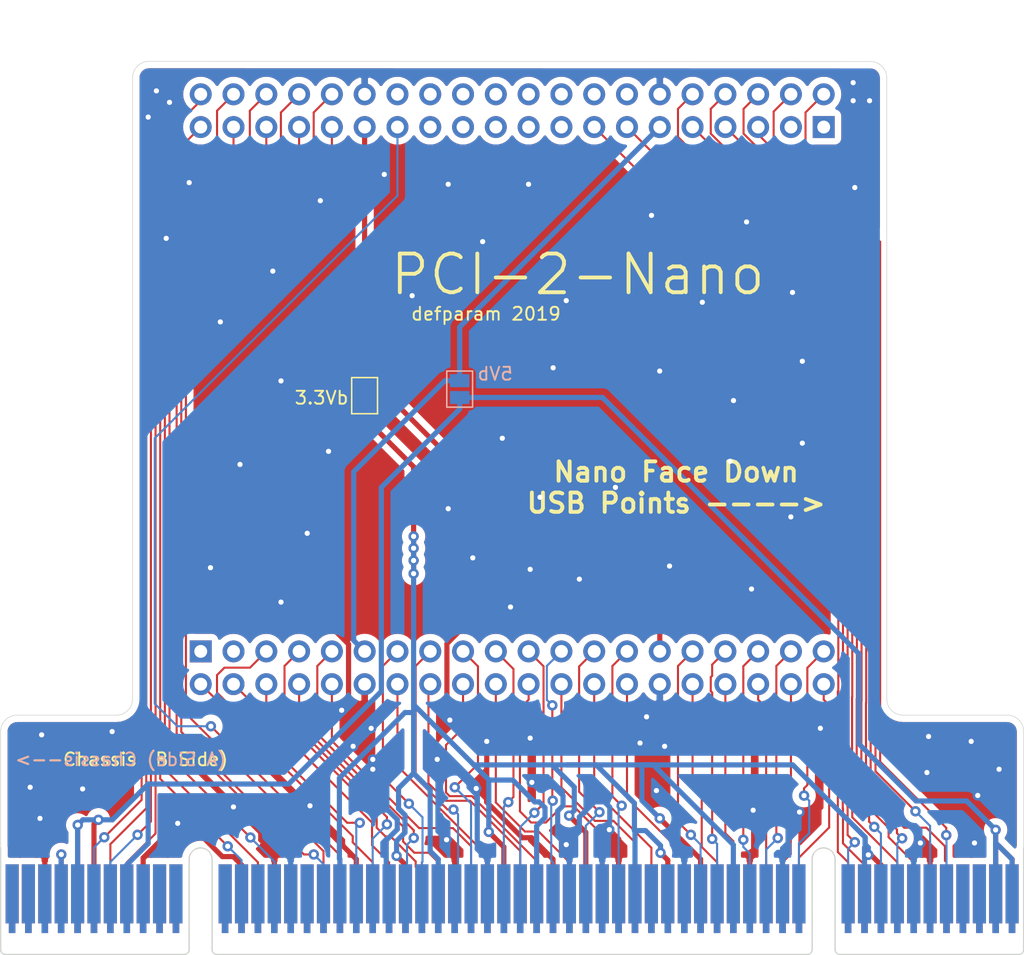
<source format=kicad_pcb>
(kicad_pcb (version 20171130) (host pcbnew "(5.1.4)-1")
  (layers (0 F.Cu signal) (31 B.Cu signal) (34 B.Paste user) (35 F.Paste user) (36 B.SilkS user) (37 F.SilkS user) (38 B.Mask user) (39 F.Mask user) (44 Edge.Cuts user))
  (net 0 "")
  (net 1 "Net-(J1-PadB60)")
  (net 2 "Net-(J1-PadB59)")
  (net 3 "Net-(J1-PadB19)")
  (net 4 "Net-(J1-PadB14)")
  (net 5 "Net-(J1-PadB11)")
  (net 6 "Net-(J1-PadB10)")
  (net 7 "Net-(J1-PadB2)")
  (net 8 "Net-(J1-PadB1)")
  (net 9 "Net-(J1-PadA60)")
  (net 10 "Net-(J1-PadA59)")
  (net 11 "Net-(J1-PadA41)")
  (net 12 "Net-(J1-PadA40)")
  (net 13 "Net-(J1-PadA19)")
  (net 14 "Net-(J1-PadA16)")
  (net 15 "Net-(J1-PadA14)")
  (net 16 "Net-(J1-PadA11)")
  (net 17 "Net-(J1-PadA9)")
  (net 18 "Net-(J1-PadA3)")
  (net 19 "Net-(J1-PadA2)")
  (net 20 "Net-(J1-PadA1)")
  (net 21 "Net-(J2-Pad1)")
  (net 22 "Net-(J2-Pad3)")
  (net 23 "Net-(J3-Pad28)")
  (net 24 "Net-(J3-Pad26)")
  (net 25 "Net-(J3-Pad25)")
  (net 26 "Net-(J3-Pad24)")
  (net 27 "Net-(J3-Pad23)")
  (net 28 "Net-(J3-Pad22)")
  (net 29 "Net-(J3-Pad21)")
  (net 30 "Net-(J3-Pad20)")
  (net 31 "Net-(J3-Pad19)")
  (net 32 "Net-(J3-Pad18)")
  (net 33 "Net-(J3-Pad17)")
  (net 34 "Net-(J3-Pad16)")
  (net 35 "Net-(J3-Pad14)")
  (net 36 "Net-(J3-Pad3)")
  (net 37 "Net-(J3-Pad1)")
  (net 38 JTAG)
  (net 39 +5V)
  (net 40 INTA#)
  (net 41 INTC#)
  (net 42 +3V3)
  (net 43 RST#)
  (net 44 GNT#)
  (net 45 GND)
  (net 46 AD[30])
  (net 47 AD[28])
  (net 48 AD[26])
  (net 49 AD[24])
  (net 50 IDSEL)
  (net 51 AD[22])
  (net 52 AD[20])
  (net 53 AD[18])
  (net 54 AD[16])
  (net 55 FRAME#)
  (net 56 TRDY#)
  (net 57 STOP#)
  (net 58 PAR)
  (net 59 AD[15])
  (net 60 AD[13])
  (net 61 AD[11])
  (net 62 AD[09])
  (net 63 C\BE#[0])
  (net 64 AD[06])
  (net 65 AD[04])
  (net 66 AD[02])
  (net 67 AD[00])
  (net 68 INTB#)
  (net 69 INTD#)
  (net 70 CLK)
  (net 71 REQ#)
  (net 72 AD[31])
  (net 73 AD[29])
  (net 74 AD[27])
  (net 75 AD[25])
  (net 76 C\BE#[3])
  (net 77 AD[23])
  (net 78 AD[21])
  (net 79 AD[19])
  (net 80 AD[17])
  (net 81 C\BE#[2])
  (net 82 IRDY#)
  (net 83 DEVSEL#)
  (net 84 LOCK#)
  (net 85 PERR#)
  (net 86 SERR#)
  (net 87 C\BE#[1])
  (net 88 AD[14])
  (net 89 AD[12])
  (net 90 AD[10])
  (net 91 AD[08])
  (net 92 AD[07])
  (net 93 AD[05])
  (net 94 AD[03])
  (net 95 AD[01])
  (net 96 +5VP)
  (net 97 +3.3VA)
  (net 98 "Net-(J1-PadA10)")
  (net 99 M66EN)
  (module Connector_PinHeader_2.54mm:PinHeader_2x20_P2.54mm_Vertical (layer B.Cu) (at 170.16 51.9 90)
    (fp_text reference J3 hide)
    (fp_text value Conn_02x20_Odd_Even)
    (pad 40 thru_hole oval (at 2.54 -48.26 90) (size 1.7 1.7) (drill 1) (layers *.Cu *.Mask) (net 40 INTA#))
    (pad 39 thru_hole oval (at 0 -48.26 90) (size 1.7 1.7) (drill 1) (layers *.Cu *.Mask) (net 68 INTB#))
    (pad 38 thru_hole oval (at 2.54 -45.72 90) (size 1.7 1.7) (drill 1) (layers *.Cu *.Mask) (net 41 INTC#))
    (pad 37 thru_hole oval (at 0 -45.72 90) (size 1.7 1.7) (drill 1) (layers *.Cu *.Mask) (net 69 INTD#))
    (pad 36 thru_hole oval (at 2.54 -43.18 90) (size 1.7 1.7) (drill 1) (layers *.Cu *.Mask) (net 43 RST#))
    (pad 35 thru_hole oval (at 0 -43.18 90) (size 1.7 1.7) (drill 1) (layers *.Cu *.Mask) (net 70 CLK))
    (pad 34 thru_hole oval (at 2.54 -40.64 90) (size 1.7 1.7) (drill 1) (layers *.Cu *.Mask) (net 44 GNT#))
    (pad 33 thru_hole oval (at 0 -40.64 90) (size 1.7 1.7) (drill 1) (layers *.Cu *.Mask) (net 71 REQ#))
    (pad 32 thru_hole oval (at 2.54 -38.1 90) (size 1.7 1.7) (drill 1) (layers *.Cu *.Mask) (net 46 AD[30]))
    (pad 31 thru_hole oval (at 0 -38.1 90) (size 1.7 1.7) (drill 1) (layers *.Cu *.Mask) (net 72 AD[31]))
    (pad 30 thru_hole oval (at 2.54 -35.56 90) (size 1.7 1.7) (drill 1) (layers *.Cu *.Mask) (net 45 GND))
    (pad 29 thru_hole oval (at 0 -35.56 90) (size 1.7 1.7) (drill 1) (layers *.Cu *.Mask) (net 97 +3.3VA))
    (pad 28 thru_hole oval (at 2.54 -33.02 90) (size 1.7 1.7) (drill 1) (layers *.Cu *.Mask) (net 23 "Net-(J3-Pad28)"))
    (pad 27 thru_hole oval (at 0 -33.02 90) (size 1.7 1.7) (drill 1) (layers *.Cu *.Mask) (net 73 AD[29]))
    (pad 26 thru_hole oval (at 2.54 -30.48 90) (size 1.7 1.7) (drill 1) (layers *.Cu *.Mask) (net 24 "Net-(J3-Pad26)"))
    (pad 25 thru_hole oval (at 0 -30.48 90) (size 1.7 1.7) (drill 1) (layers *.Cu *.Mask) (net 25 "Net-(J3-Pad25)"))
    (pad 24 thru_hole oval (at 2.54 -27.94 90) (size 1.7 1.7) (drill 1) (layers *.Cu *.Mask) (net 26 "Net-(J3-Pad24)"))
    (pad 23 thru_hole oval (at 0 -27.94 90) (size 1.7 1.7) (drill 1) (layers *.Cu *.Mask) (net 27 "Net-(J3-Pad23)"))
    (pad 22 thru_hole oval (at 2.54 -25.4 90) (size 1.7 1.7) (drill 1) (layers *.Cu *.Mask) (net 28 "Net-(J3-Pad22)"))
    (pad 21 thru_hole oval (at 0 -25.4 90) (size 1.7 1.7) (drill 1) (layers *.Cu *.Mask) (net 29 "Net-(J3-Pad21)"))
    (pad 20 thru_hole oval (at 2.54 -22.86 90) (size 1.7 1.7) (drill 1) (layers *.Cu *.Mask) (net 30 "Net-(J3-Pad20)"))
    (pad 19 thru_hole oval (at 0 -22.86 90) (size 1.7 1.7) (drill 1) (layers *.Cu *.Mask) (net 31 "Net-(J3-Pad19)"))
    (pad 18 thru_hole oval (at 2.54 -20.32 90) (size 1.7 1.7) (drill 1) (layers *.Cu *.Mask) (net 32 "Net-(J3-Pad18)"))
    (pad 17 thru_hole oval (at 0 -20.32 90) (size 1.7 1.7) (drill 1) (layers *.Cu *.Mask) (net 33 "Net-(J3-Pad17)"))
    (pad 16 thru_hole oval (at 2.54 -17.78 90) (size 1.7 1.7) (drill 1) (layers *.Cu *.Mask) (net 34 "Net-(J3-Pad16)"))
    (pad 15 thru_hole oval (at 0 -17.78 90) (size 1.7 1.7) (drill 1) (layers *.Cu *.Mask) (net 91 AD[08]))
    (pad 14 thru_hole oval (at 2.54 -15.24 90) (size 1.7 1.7) (drill 1) (layers *.Cu *.Mask) (net 35 "Net-(J3-Pad14)"))
    (pad 13 thru_hole oval (at 0 -15.24 90) (size 1.7 1.7) (drill 1) (layers *.Cu *.Mask) (net 92 AD[07]))
    (pad 12 thru_hole oval (at 2.54 -12.7 90) (size 1.7 1.7) (drill 1) (layers *.Cu *.Mask) (net 45 GND))
    (pad 11 thru_hole oval (at 0 -12.7 90) (size 1.7 1.7) (drill 1) (layers *.Cu *.Mask) (net 96 +5VP))
    (pad 10 thru_hole oval (at 2.54 -10.16 90) (size 1.7 1.7) (drill 1) (layers *.Cu *.Mask) (net 63 C\BE#[0]))
    (pad 9 thru_hole oval (at 0 -10.16 90) (size 1.7 1.7) (drill 1) (layers *.Cu *.Mask) (net 93 AD[05]))
    (pad 8 thru_hole oval (at 2.54 -7.62 90) (size 1.7 1.7) (drill 1) (layers *.Cu *.Mask) (net 64 AD[06]))
    (pad 7 thru_hole oval (at 0 -7.62 90) (size 1.7 1.7) (drill 1) (layers *.Cu *.Mask) (net 94 AD[03]))
    (pad 6 thru_hole oval (at 2.54 -5.08 90) (size 1.7 1.7) (drill 1) (layers *.Cu *.Mask) (net 65 AD[04]))
    (pad 5 thru_hole oval (at 0 -5.08 90) (size 1.7 1.7) (drill 1) (layers *.Cu *.Mask) (net 95 AD[01]))
    (pad 4 thru_hole oval (at 2.54 -2.54 90) (size 1.7 1.7) (drill 1) (layers *.Cu *.Mask) (net 66 AD[02]))
    (pad 3 thru_hole oval (at 0 -2.54 90) (size 1.7 1.7) (drill 1) (layers *.Cu *.Mask) (net 36 "Net-(J3-Pad3)"))
    (pad 2 thru_hole oval (at 2.54 0 90) (size 1.7 1.7) (drill 1) (layers *.Cu *.Mask) (net 67 AD[00]))
    (pad 1 thru_hole rect (at 0 0 90) (size 1.7 1.7) (drill 1) (layers *.Cu *.Mask) (net 37 "Net-(J3-Pad1)"))
  )
  (module Connector_PinHeader_2.54mm:PinHeader_2x20_P2.54mm_Vertical (layer B.Cu) (at 121.9 92.54 270)
    (fp_text reference J2 hide)
    (fp_text value Conn_02x20_Odd_Even)
    (pad 1 thru_hole rect (at 0 0 270) (size 1.7 1.7) (drill 1) (layers *.Cu *.Mask) (net 21 "Net-(J2-Pad1)"))
    (pad 2 thru_hole oval (at 2.54 0 270) (size 1.7 1.7) (drill 1) (layers *.Cu *.Mask) (net 74 AD[27]))
    (pad 3 thru_hole oval (at 0 -2.54 270) (size 1.7 1.7) (drill 1) (layers *.Cu *.Mask) (net 22 "Net-(J2-Pad3)"))
    (pad 4 thru_hole oval (at 2.54 -2.54 270) (size 1.7 1.7) (drill 1) (layers *.Cu *.Mask) (net 75 AD[25]))
    (pad 5 thru_hole oval (at 0 -5.08 270) (size 1.7 1.7) (drill 1) (layers *.Cu *.Mask) (net 47 AD[28]))
    (pad 6 thru_hole oval (at 2.54 -5.08 270) (size 1.7 1.7) (drill 1) (layers *.Cu *.Mask) (net 76 C\BE#[3]))
    (pad 7 thru_hole oval (at 0 -7.62 270) (size 1.7 1.7) (drill 1) (layers *.Cu *.Mask) (net 48 AD[26]))
    (pad 8 thru_hole oval (at 2.54 -7.62 270) (size 1.7 1.7) (drill 1) (layers *.Cu *.Mask) (net 77 AD[23]))
    (pad 9 thru_hole oval (at 0 -10.16 270) (size 1.7 1.7) (drill 1) (layers *.Cu *.Mask) (net 49 AD[24]))
    (pad 10 thru_hole oval (at 2.54 -10.16 270) (size 1.7 1.7) (drill 1) (layers *.Cu *.Mask) (net 78 AD[21]))
    (pad 11 thru_hole oval (at 0 -12.7 270) (size 1.7 1.7) (drill 1) (layers *.Cu *.Mask) (net 96 +5VP))
    (pad 12 thru_hole oval (at 2.54 -12.7 270) (size 1.7 1.7) (drill 1) (layers *.Cu *.Mask) (net 45 GND))
    (pad 13 thru_hole oval (at 0 -15.24 270) (size 1.7 1.7) (drill 1) (layers *.Cu *.Mask) (net 50 IDSEL))
    (pad 14 thru_hole oval (at 2.54 -15.24 270) (size 1.7 1.7) (drill 1) (layers *.Cu *.Mask) (net 79 AD[19]))
    (pad 15 thru_hole oval (at 0 -17.78 270) (size 1.7 1.7) (drill 1) (layers *.Cu *.Mask) (net 51 AD[22]))
    (pad 16 thru_hole oval (at 2.54 -17.78 270) (size 1.7 1.7) (drill 1) (layers *.Cu *.Mask) (net 80 AD[17]))
    (pad 17 thru_hole oval (at 0 -20.32 270) (size 1.7 1.7) (drill 1) (layers *.Cu *.Mask) (net 52 AD[20]))
    (pad 18 thru_hole oval (at 2.54 -20.32 270) (size 1.7 1.7) (drill 1) (layers *.Cu *.Mask) (net 81 C\BE#[2]))
    (pad 19 thru_hole oval (at 0 -22.86 270) (size 1.7 1.7) (drill 1) (layers *.Cu *.Mask) (net 53 AD[18]))
    (pad 20 thru_hole oval (at 2.54 -22.86 270) (size 1.7 1.7) (drill 1) (layers *.Cu *.Mask) (net 82 IRDY#))
    (pad 21 thru_hole oval (at 0 -25.4 270) (size 1.7 1.7) (drill 1) (layers *.Cu *.Mask) (net 54 AD[16]))
    (pad 22 thru_hole oval (at 2.54 -25.4 270) (size 1.7 1.7) (drill 1) (layers *.Cu *.Mask) (net 83 DEVSEL#))
    (pad 23 thru_hole oval (at 0 -27.94 270) (size 1.7 1.7) (drill 1) (layers *.Cu *.Mask) (net 55 FRAME#))
    (pad 24 thru_hole oval (at 2.54 -27.94 270) (size 1.7 1.7) (drill 1) (layers *.Cu *.Mask) (net 84 LOCK#))
    (pad 25 thru_hole oval (at 0 -30.48 270) (size 1.7 1.7) (drill 1) (layers *.Cu *.Mask) (net 56 TRDY#))
    (pad 26 thru_hole oval (at 2.54 -30.48 270) (size 1.7 1.7) (drill 1) (layers *.Cu *.Mask) (net 85 PERR#))
    (pad 27 thru_hole oval (at 0 -33.02 270) (size 1.7 1.7) (drill 1) (layers *.Cu *.Mask) (net 57 STOP#))
    (pad 28 thru_hole oval (at 2.54 -33.02 270) (size 1.7 1.7) (drill 1) (layers *.Cu *.Mask) (net 86 SERR#))
    (pad 29 thru_hole oval (at 0 -35.56 270) (size 1.7 1.7) (drill 1) (layers *.Cu *.Mask) (net 97 +3.3VA))
    (pad 30 thru_hole oval (at 2.54 -35.56 270) (size 1.7 1.7) (drill 1) (layers *.Cu *.Mask) (net 45 GND))
    (pad 31 thru_hole oval (at 0 -38.1 270) (size 1.7 1.7) (drill 1) (layers *.Cu *.Mask) (net 58 PAR))
    (pad 32 thru_hole oval (at 2.54 -38.1 270) (size 1.7 1.7) (drill 1) (layers *.Cu *.Mask) (net 87 C\BE#[1]))
    (pad 33 thru_hole oval (at 0 -40.64 270) (size 1.7 1.7) (drill 1) (layers *.Cu *.Mask) (net 59 AD[15]))
    (pad 34 thru_hole oval (at 2.54 -40.64 270) (size 1.7 1.7) (drill 1) (layers *.Cu *.Mask) (net 88 AD[14]))
    (pad 35 thru_hole oval (at 0 -43.18 270) (size 1.7 1.7) (drill 1) (layers *.Cu *.Mask) (net 60 AD[13]))
    (pad 36 thru_hole oval (at 2.54 -43.18 270) (size 1.7 1.7) (drill 1) (layers *.Cu *.Mask) (net 89 AD[12]))
    (pad 37 thru_hole oval (at 0 -45.72 270) (size 1.7 1.7) (drill 1) (layers *.Cu *.Mask) (net 61 AD[11]))
    (pad 38 thru_hole oval (at 2.54 -45.72 270) (size 1.7 1.7) (drill 1) (layers *.Cu *.Mask) (net 90 AD[10]))
    (pad 39 thru_hole oval (at 0 -48.26 270) (size 1.7 1.7) (drill 1) (layers *.Cu *.Mask) (net 62 AD[09]))
    (pad 40 thru_hole oval (at 2.54 -48.26 270) (size 1.7 1.7) (drill 1) (layers *.Cu *.Mask) (net 99 M66EN))
  )
  (module Jumper:SolderJumper-2_P1.3mm_Open_Pad1.0x1.5mm (layer F.Cu) (at 134.594 72.718 90)
    (fp_text reference JP2 hide)
    (fp_text value SolderJumper_2_Bridged)
    (pad 1 smd rect (at -0.65 0 90) (size 1 1.5) (layers F.Cu F.Mask) (net 42 +3V3))
    (pad 2 smd rect (at 0.65 0 90) (size 1 1.5) (layers F.Cu F.Mask) (net 97 +3.3VA))
  )
  (module Jumper:SolderJumper-2_P1.3mm_Open_Pad1.0x1.5mm (layer B.Cu) (at 141.96 72.21 90)
    (fp_text reference JP1 hide)
    (fp_text value SolderJumper_2_Bridged)
    (pad 1 smd rect (at -0.65 0 90) (size 1 1.5) (layers B.Cu B.Mask) (net 39 +5V))
    (pad 2 smd rect (at 0.65 0 90) (size 1 1.5) (layers B.Cu B.Mask) (net 96 +5VP))
  )
  (module Connector_PCBEdge:BUS_PCI_UNIVERSAL_edgecuts (layer F.Cu) (at 146.02 112.66)
    (fp_text reference J1 hide)
    (fp_text value Bus_PCI_32bit_Universal)
    (fp_arc (start -25.401 2.989) (end -25.401 3.37) (angle -90) (layer Edge.Cuts) (width 0.1))
    (fp_arc (start 22.864 2.989) (end 22.864 3.37) (angle -90) (layer Edge.Cuts) (width 0.1))
    (fp_arc (start 39.247 2.989) (end 39.247 3.37) (angle -90) (layer Edge.Cuts) (width 0.1))
    (fp_arc (start 25.401 2.989) (end 25.02 2.989) (angle -90) (layer Edge.Cuts) (width 0.1))
    (fp_arc (start -22.859 2.989) (end -23.24 2.989) (angle -90) (layer Edge.Cuts) (width 0.1))
    (fp_arc (start -39.239 2.989) (end -39.62 2.989) (angle -90) (layer Edge.Cuts) (width 0.1))
    (fp_arc (start 24.13 -4) (end 25.02 -4) (angle -180) (layer Edge.Cuts) (width 0.1))
    (fp_arc (start -24.13 -4) (end -23.24 -4) (angle -180) (layer Edge.Cuts) (width 0.1))
    (fp_line (start 39.247 3.37) (end 25.401 3.37) (layer Edge.Cuts) (width 0.1))
    (fp_line (start 39.628 -4.89) (end 39.628 2.989) (layer Edge.Cuts) (width 0.1))
    (fp_line (start 22.864 3.37) (end -22.859 3.37) (layer Edge.Cuts) (width 0.1))
    (fp_line (start -23.24 2.989) (end -23.24 -4) (layer Edge.Cuts) (width 0.1))
    (fp_line (start -25.02 -4) (end -25.02 2.989) (layer Edge.Cuts) (width 0.1))
    (fp_line (start -25.401 3.37) (end -39.239 3.37) (layer Edge.Cuts) (width 0.1))
    (fp_line (start -39.62 2.989) (end -39.62 -4.89) (layer Edge.Cuts) (width 0.1))
    (fp_line (start 23.245 2.989) (end 23.24 -4) (layer Edge.Cuts) (width 0.1))
    (fp_line (start 25.02 -4) (end 25.02 2.989) (layer Edge.Cuts) (width 0.1))
    (pad B62 connect rect (at 38.73 -1.33) (size 1.02 4.57) (layers F.Cu F.Mask) (net 39 +5V))
    (pad B61 connect rect (at 37.46 -1.33) (size 1.02 4.57) (layers F.Cu F.Mask) (net 39 +5V))
    (pad B60 connect rect (at 36.2 -1.33) (size 1.02 4.57) (layers F.Cu F.Mask) (net 1 "Net-(J1-PadB60)"))
    (pad B59 connect rect (at 34.92 -1.33) (size 1.02 4.57) (layers F.Cu F.Mask) (net 2 "Net-(J1-PadB59)"))
    (pad B58 connect rect (at 33.65 -1.33) (size 1.02 4.57) (layers F.Cu F.Mask) (net 95 AD[01]))
    (pad B57 connect rect (at 32.38 -1.33) (size 1.02 4.57) (layers F.Cu F.Mask) (net 45 GND))
    (pad B56 connect rect (at 31.11 -1.33) (size 1.02 4.57) (layers F.Cu F.Mask) (net 94 AD[03]))
    (pad B55 connect rect (at 29.84 -1.33) (size 1.02 4.57) (layers F.Cu F.Mask) (net 93 AD[05]))
    (pad B54 connect rect (at 28.57 -1.33) (size 1.02 4.57) (layers F.Cu F.Mask) (net 42 +3V3))
    (pad B53 connect rect (at 27.3 -1.33) (size 1.02 4.57) (layers F.Cu F.Mask) (net 92 AD[07]))
    (pad B52 connect rect (at 26.03 -1.33) (size 1.02 4.57) (layers F.Cu F.Mask) (net 91 AD[08]))
    (pad B49 connect rect (at 22.22 -1.33) (size 1.02 4.57) (layers F.Cu F.Mask) (net 99 M66EN))
    (pad B48 connect rect (at 20.95 -1.33) (size 1.02 4.57) (layers F.Cu F.Mask) (net 90 AD[10]))
    (pad B47 connect rect (at 19.68 -1.33) (size 1.02 4.57) (layers F.Cu F.Mask) (net 89 AD[12]))
    (pad B46 connect rect (at 18.41 -1.33) (size 1.02 4.57) (layers F.Cu F.Mask) (net 45 GND))
    (pad B45 connect rect (at 17.14 -1.33) (size 1.02 4.57) (layers F.Cu F.Mask) (net 88 AD[14]))
    (pad B44 connect rect (at 15.88 -1.33) (size 1.02 4.57) (layers F.Cu F.Mask) (net 87 C\BE#[1]))
    (pad B43 connect rect (at 14.6 -1.33) (size 1.02 4.57) (layers F.Cu F.Mask) (net 42 +3V3))
    (pad B42 connect rect (at 13.34 -1.33) (size 1.02 4.57) (layers F.Cu F.Mask) (net 86 SERR#))
    (pad B41 connect rect (at 12.06 -1.33) (size 1.02 4.57) (layers F.Cu F.Mask) (net 42 +3V3))
    (pad B40 connect rect (at 10.79 -1.33) (size 1.02 4.57) (layers F.Cu F.Mask) (net 85 PERR#))
    (pad B39 connect rect (at 9.52 -1.33) (size 1.02 4.57) (layers F.Cu F.Mask) (net 84 LOCK#))
    (pad B38 connect rect (at 8.25 -1.33) (size 1.02 4.57) (layers F.Cu F.Mask) (net 45 GND))
    (pad B37 connect rect (at 6.98 -1.33) (size 1.02 4.57) (layers F.Cu F.Mask) (net 83 DEVSEL#))
    (pad B36 connect rect (at 5.71 -1.33) (size 1.02 4.57) (layers F.Cu F.Mask) (net 42 +3V3))
    (pad B35 connect rect (at 4.44 -1.33) (size 1.02 4.57) (layers F.Cu F.Mask) (net 82 IRDY#))
    (pad B34 connect rect (at 3.17 -1.33) (size 1.02 4.57) (layers F.Cu F.Mask) (net 45 GND))
    (pad B33 connect rect (at 1.9 -1.33) (size 1.02 4.57) (layers F.Cu F.Mask) (net 81 C\BE#[2]))
    (pad B32 connect rect (at 0.63 -1.33) (size 1.02 4.57) (layers F.Cu F.Mask) (net 80 AD[17]))
    (pad B31 connect rect (at -0.64 -1.33) (size 1.02 4.57) (layers F.Cu F.Mask) (net 42 +3V3))
    (pad B30 connect rect (at -1.91 -1.33) (size 1.02 4.57) (layers F.Cu F.Mask) (net 79 AD[19]))
    (pad B29 connect rect (at -3.18 -1.33) (size 1.02 4.57) (layers F.Cu F.Mask) (net 78 AD[21]))
    (pad B28 connect rect (at -4.45 -1.33) (size 1.02 4.57) (layers F.Cu F.Mask) (net 45 GND))
    (pad B27 connect rect (at -5.72 -1.33) (size 1.02 4.57) (layers F.Cu F.Mask) (net 77 AD[23]))
    (pad B26 connect rect (at -6.99 -1.33) (size 1.02 4.57) (layers F.Cu F.Mask) (net 76 C\BE#[3]))
    (pad B25 connect rect (at -8.26 -1.33) (size 1.02 4.57) (layers F.Cu F.Mask) (net 42 +3V3))
    (pad B24 connect rect (at -9.53 -1.33) (size 1.02 4.57) (layers F.Cu F.Mask) (net 75 AD[25]))
    (pad B23 connect rect (at -10.8 -1.33) (size 1.02 4.57) (layers F.Cu F.Mask) (net 74 AD[27]))
    (pad B22 connect rect (at -12.07 -1.33) (size 1.02 4.57) (layers F.Cu F.Mask) (net 45 GND))
    (pad B21 connect rect (at -13.34 -1.33) (size 1.02 4.57) (layers F.Cu F.Mask) (net 73 AD[29]))
    (pad B20 connect rect (at -14.61 -1.33) (size 1.02 4.57) (layers F.Cu F.Mask) (net 72 AD[31]))
    (pad B19 connect rect (at -15.88 -1.33) (size 1.02 4.57) (layers F.Cu F.Mask) (net 3 "Net-(J1-PadB19)"))
    (pad B18 connect rect (at -17.15 -1.33) (size 1.02 4.57) (layers F.Cu F.Mask) (net 71 REQ#))
    (pad B17 connect rect (at -18.42 -1.33) (size 1.02 4.57) (layers F.Cu F.Mask) (net 45 GND))
    (pad B16 connect rect (at -19.69 -1.33) (size 1.02 4.57) (layers F.Cu F.Mask) (net 70 CLK))
    (pad B15 connect rect (at -20.96 -1.33) (size 1.02 4.57) (layers F.Cu F.Mask) (net 45 GND))
    (pad B14 connect rect (at -22.23 -1.33) (size 1.02 4.57) (layers F.Cu F.Mask) (net 4 "Net-(J1-PadB14)"))
    (pad B11 connect rect (at -26.04 -1.33) (size 1.02 4.57) (layers F.Cu F.Mask) (net 5 "Net-(J1-PadB11)"))
    (pad B10 connect rect (at -27.31 -1.33) (size 1.02 4.57) (layers F.Cu F.Mask) (net 6 "Net-(J1-PadB10)"))
    (pad B9 connect rect (at -28.58 -1.33) (size 1.02 4.57) (layers F.Cu F.Mask) (net 45 GND))
    (pad B8 connect rect (at -29.85 -1.33) (size 1.02 4.57) (layers F.Cu F.Mask) (net 69 INTD#))
    (pad B7 connect rect (at -31.12 -1.33) (size 1.02 4.57) (layers F.Cu F.Mask) (net 68 INTB#))
    (pad B6 connect rect (at -32.39 -1.33) (size 1.02 4.57) (layers F.Cu F.Mask) (net 39 +5V))
    (pad B5 connect rect (at -33.66 -1.33) (size 1.02 4.57) (layers F.Cu F.Mask) (net 39 +5V))
    (pad B4 connect rect (at -34.93 -1.33) (size 1.02 4.57) (layers F.Cu F.Mask) (net 38 JTAG))
    (pad B3 connect rect (at -36.2 -1.33) (size 1.02 4.57) (layers F.Cu F.Mask) (net 45 GND))
    (pad B2 connect rect (at -37.47 -1.33) (size 1.02 4.57) (layers F.Cu F.Mask) (net 7 "Net-(J1-PadB2)"))
    (pad B1 connect rect (at -38.73 -1.33) (size 1.02 4.57) (layers F.Cu F.Mask) (net 8 "Net-(J1-PadB1)"))
    (pad A62 connect rect (at 38.73 -1.33) (size 1.02 4.57) (layers B.Cu B.Mask) (net 39 +5V))
    (pad A61 connect rect (at 37.46 -1.33) (size 1.02 4.57) (layers B.Cu B.Mask) (net 39 +5V))
    (pad A60 connect rect (at 36.2 -1.33) (size 1.02 4.57) (layers B.Cu B.Mask) (net 9 "Net-(J1-PadA60)"))
    (pad A59 connect rect (at 34.92 -1.33) (size 1.02 4.57) (layers B.Cu B.Mask) (net 10 "Net-(J1-PadA59)"))
    (pad A58 connect rect (at 33.65 -1.33) (size 1.02 4.57) (layers B.Cu B.Mask) (net 67 AD[00]))
    (pad A57 connect rect (at 32.38 -1.33) (size 1.02 4.57) (layers B.Cu B.Mask) (net 66 AD[02]))
    (pad A56 connect rect (at 31.11 -1.33) (size 1.02 4.57) (layers B.Cu B.Mask) (net 45 GND))
    (pad A55 connect rect (at 29.84 -1.33) (size 1.02 4.57) (layers B.Cu B.Mask) (net 65 AD[04]))
    (pad A54 connect rect (at 28.57 -1.33) (size 1.02 4.57) (layers B.Cu B.Mask) (net 64 AD[06]))
    (pad A53 connect rect (at 27.3 -1.33) (size 1.02 4.57) (layers B.Cu B.Mask) (net 42 +3V3))
    (pad A52 connect rect (at 26.03 -1.33) (size 1.02 4.57) (layers B.Cu B.Mask) (net 63 C\BE#[0]))
    (pad A49 connect rect (at 22.22 -1.33) (size 1.02 4.57) (layers B.Cu B.Mask) (net 62 AD[09]))
    (pad A48 connect rect (at 20.95 -1.33) (size 1.02 4.57) (layers B.Cu B.Mask) (net 45 GND))
    (pad A47 connect rect (at 19.68 -1.33) (size 1.02 4.57) (layers B.Cu B.Mask) (net 61 AD[11]))
    (pad A46 connect rect (at 18.41 -1.33) (size 1.02 4.57) (layers B.Cu B.Mask) (net 60 AD[13]))
    (pad A45 connect rect (at 17.14 -1.33) (size 1.02 4.57) (layers B.Cu B.Mask) (net 42 +3V3))
    (pad A44 connect rect (at 15.88 -1.33) (size 1.02 4.57) (layers B.Cu B.Mask) (net 59 AD[15]))
    (pad A43 connect rect (at 14.6 -1.33) (size 1.02 4.57) (layers B.Cu B.Mask) (net 58 PAR))
    (pad A42 connect rect (at 13.34 -1.33) (size 1.02 4.57) (layers B.Cu B.Mask) (net 45 GND))
    (pad A41 connect rect (at 12.06 -1.33) (size 1.02 4.57) (layers B.Cu B.Mask) (net 11 "Net-(J1-PadA41)"))
    (pad A40 connect rect (at 10.79 -1.33) (size 1.02 4.57) (layers B.Cu B.Mask) (net 12 "Net-(J1-PadA40)"))
    (pad A39 connect rect (at 9.52 -1.33) (size 1.02 4.57) (layers B.Cu B.Mask) (net 42 +3V3))
    (pad A38 connect rect (at 8.25 -1.33) (size 1.02 4.57) (layers B.Cu B.Mask) (net 57 STOP#))
    (pad A37 connect rect (at 6.98 -1.33) (size 1.02 4.57) (layers B.Cu B.Mask) (net 45 GND))
    (pad A36 connect rect (at 5.71 -1.33) (size 1.02 4.57) (layers B.Cu B.Mask) (net 56 TRDY#))
    (pad A35 connect rect (at 4.44 -1.33) (size 1.02 4.57) (layers B.Cu B.Mask) (net 45 GND))
    (pad A34 connect rect (at 3.17 -1.33) (size 1.02 4.57) (layers B.Cu B.Mask) (net 55 FRAME#))
    (pad A33 connect rect (at 1.9 -1.33) (size 1.02 4.57) (layers B.Cu B.Mask) (net 42 +3V3))
    (pad A32 connect rect (at 0.63 -1.33) (size 1.02 4.57) (layers B.Cu B.Mask) (net 54 AD[16]))
    (pad A31 connect rect (at -0.64 -1.33) (size 1.02 4.57) (layers B.Cu B.Mask) (net 53 AD[18]))
    (pad A30 connect rect (at -1.91 -1.33) (size 1.02 4.57) (layers B.Cu B.Mask) (net 45 GND))
    (pad A29 connect rect (at -3.18 -1.33) (size 1.02 4.57) (layers B.Cu B.Mask) (net 52 AD[20]))
    (pad A28 connect rect (at -4.45 -1.33) (size 1.02 4.57) (layers B.Cu B.Mask) (net 51 AD[22]))
    (pad A27 connect rect (at -5.72 -1.33) (size 1.02 4.57) (layers B.Cu B.Mask) (net 42 +3V3))
    (pad A26 connect rect (at -6.99 -1.33) (size 1.02 4.57) (layers B.Cu B.Mask) (net 50 IDSEL))
    (pad A25 connect rect (at -8.26 -1.33) (size 1.02 4.57) (layers B.Cu B.Mask) (net 49 AD[24]))
    (pad A24 connect rect (at -9.53 -1.33) (size 1.02 4.57) (layers B.Cu B.Mask) (net 45 GND))
    (pad A23 connect rect (at -10.8 -1.33) (size 1.02 4.57) (layers B.Cu B.Mask) (net 48 AD[26]))
    (pad A22 connect rect (at -12.07 -1.33) (size 1.02 4.57) (layers B.Cu B.Mask) (net 47 AD[28]))
    (pad A21 connect rect (at -13.34 -1.33) (size 1.02 4.57) (layers B.Cu B.Mask) (net 42 +3V3))
    (pad A20 connect rect (at -14.61 -1.33) (size 1.02 4.57) (layers B.Cu B.Mask) (net 46 AD[30]))
    (pad A19 connect rect (at -15.88 -1.33) (size 1.02 4.57) (layers B.Cu B.Mask) (net 13 "Net-(J1-PadA19)"))
    (pad A18 connect rect (at -17.15 -1.33) (size 1.02 4.57) (layers B.Cu B.Mask) (net 45 GND))
    (pad A17 connect rect (at -18.42 -1.33) (size 1.02 4.57) (layers B.Cu B.Mask) (net 44 GNT#))
    (pad A16 connect rect (at -19.69 -1.33) (size 1.02 4.57) (layers B.Cu B.Mask) (net 14 "Net-(J1-PadA16)"))
    (pad A15 connect rect (at -20.96 -1.33) (size 1.02 4.57) (layers B.Cu B.Mask) (net 43 RST#))
    (pad A14 connect rect (at -22.23 -1.33) (size 1.02 4.57) (layers B.Cu B.Mask) (net 15 "Net-(J1-PadA14)"))
    (pad A11 connect rect (at -26.04 -1.33) (size 1.02 4.57) (layers B.Cu B.Mask) (net 16 "Net-(J1-PadA11)"))
    (pad A10 connect rect (at -27.31 -1.33) (size 1.02 4.57) (layers B.Cu B.Mask) (net 98 "Net-(J1-PadA10)"))
    (pad A9 connect rect (at -28.58 -1.33) (size 1.02 4.57) (layers B.Cu B.Mask) (net 17 "Net-(J1-PadA9)"))
    (pad A8 connect rect (at -29.85 -1.33) (size 1.02 4.57) (layers B.Cu B.Mask) (net 39 +5V))
    (pad A7 connect rect (at -31.12 -1.33) (size 1.02 4.57) (layers B.Cu B.Mask) (net 41 INTC#))
    (pad A6 connect rect (at -32.39 -1.33) (size 1.02 4.57) (layers B.Cu B.Mask) (net 40 INTA#))
    (pad A5 connect rect (at -33.66 -1.33) (size 1.02 4.57) (layers B.Cu B.Mask) (net 39 +5V))
    (pad A4 connect rect (at -34.93 -1.33) (size 1.02 4.57) (layers B.Cu B.Mask) (net 38 JTAG))
    (pad A3 connect rect (at -36.2 -1.33) (size 1.02 4.57) (layers B.Cu B.Mask) (net 18 "Net-(J1-PadA3)"))
    (pad A2 connect rect (at -37.47 -1.33) (size 1.02 4.57) (layers B.Cu B.Mask) (net 19 "Net-(J1-PadA2)"))
    (pad A1 connect rect (at -38.73 -1.33) (size 1.02 4.57) (layers B.Cu B.Mask) (net 20 "Net-(J1-PadA1)"))
    (pad B62 connect rect (at 38.73 1.33) (size 0.51 0.76) (layers F.Cu F.Mask) (net 39 +5V))
    (pad B61 connect rect (at 37.46 1.33) (size 0.51 0.76) (layers F.Cu F.Mask) (net 39 +5V))
    (pad B60 connect rect (at 36.2 1.33) (size 0.51 0.76) (layers F.Cu F.Mask) (net 1 "Net-(J1-PadB60)"))
    (pad B59 connect rect (at 34.92 1.33) (size 0.51 0.76) (layers F.Cu F.Mask) (net 2 "Net-(J1-PadB59)"))
    (pad B58 connect rect (at 33.65 1.33) (size 0.51 0.76) (layers F.Cu F.Mask) (net 95 AD[01]))
    (pad B57 connect rect (at 32.38 1.33) (size 0.51 0.76) (layers F.Cu F.Mask) (net 45 GND))
    (pad B56 connect rect (at 31.11 1.33) (size 0.51 0.76) (layers F.Cu F.Mask) (net 94 AD[03]))
    (pad B55 connect rect (at 29.84 1.33) (size 0.51 0.76) (layers F.Cu F.Mask) (net 93 AD[05]))
    (pad B54 connect rect (at 28.57 1.33) (size 0.51 0.76) (layers F.Cu F.Mask) (net 42 +3V3))
    (pad B53 connect rect (at 27.3 1.33) (size 0.51 0.76) (layers F.Cu F.Mask) (net 92 AD[07]))
    (pad B52 connect rect (at 26.03 1.33) (size 0.51 0.76) (layers F.Cu F.Mask) (net 91 AD[08]))
    (pad B49 connect rect (at 22.22 1.33) (size 0.51 0.76) (layers F.Cu F.Mask) (net 99 M66EN))
    (pad B48 connect rect (at 20.95 1.33) (size 0.51 0.76) (layers F.Cu F.Mask) (net 90 AD[10]))
    (pad B47 connect rect (at 19.68 1.33) (size 0.51 0.76) (layers F.Cu F.Mask) (net 89 AD[12]))
    (pad B46 connect rect (at 18.41 1.33) (size 0.51 0.76) (layers F.Cu F.Mask) (net 45 GND))
    (pad B45 connect rect (at 17.14 1.33) (size 0.51 0.76) (layers F.Cu F.Mask) (net 88 AD[14]))
    (pad B44 connect rect (at 15.88 1.33) (size 0.51 0.76) (layers F.Cu F.Mask) (net 87 C\BE#[1]))
    (pad B43 connect rect (at 14.6 1.33) (size 0.51 0.76) (layers F.Cu F.Mask) (net 42 +3V3))
    (pad B42 connect rect (at 13.34 1.33) (size 0.51 0.76) (layers F.Cu F.Mask) (net 86 SERR#))
    (pad B41 connect rect (at 12.06 1.33) (size 0.51 0.76) (layers F.Cu F.Mask) (net 42 +3V3))
    (pad B40 connect rect (at 10.79 1.33) (size 0.51 0.76) (layers F.Cu F.Mask) (net 85 PERR#))
    (pad B39 connect rect (at 9.52 1.33) (size 0.51 0.76) (layers F.Cu F.Mask) (net 84 LOCK#))
    (pad B38 connect rect (at 8.25 1.33) (size 0.51 0.76) (layers F.Cu F.Mask) (net 45 GND))
    (pad B37 connect rect (at 6.98 1.33) (size 0.51 0.76) (layers F.Cu F.Mask) (net 83 DEVSEL#))
    (pad B36 connect rect (at 5.71 1.33) (size 0.51 0.76) (layers F.Cu F.Mask) (net 42 +3V3))
    (pad B35 connect rect (at 4.44 1.33) (size 0.51 0.76) (layers F.Cu F.Mask) (net 82 IRDY#))
    (pad B34 connect rect (at 3.17 1.33) (size 0.51 0.76) (layers F.Cu F.Mask) (net 45 GND))
    (pad B33 connect rect (at 1.9 1.33) (size 0.51 0.76) (layers F.Cu F.Mask) (net 81 C\BE#[2]))
    (pad B32 connect rect (at 0.63 1.33) (size 0.51 0.76) (layers F.Cu F.Mask) (net 80 AD[17]))
    (pad B31 connect rect (at -0.64 1.33) (size 0.51 0.76) (layers F.Cu F.Mask) (net 42 +3V3))
    (pad B30 connect rect (at -1.91 1.33) (size 0.51 0.76) (layers F.Cu F.Mask) (net 79 AD[19]))
    (pad B29 connect rect (at -3.18 1.33) (size 0.51 0.76) (layers F.Cu F.Mask) (net 78 AD[21]))
    (pad B28 connect rect (at -4.45 1.33) (size 0.51 0.76) (layers F.Cu F.Mask) (net 45 GND))
    (pad B27 connect rect (at -5.72 1.33) (size 0.51 0.76) (layers F.Cu F.Mask) (net 77 AD[23]))
    (pad B26 connect rect (at -6.99 1.33) (size 0.51 0.76) (layers F.Cu F.Mask) (net 76 C\BE#[3]))
    (pad B25 connect rect (at -8.26 1.33) (size 0.51 0.76) (layers F.Cu F.Mask) (net 42 +3V3))
    (pad B24 connect rect (at -9.53 1.33) (size 0.51 0.76) (layers F.Cu F.Mask) (net 75 AD[25]))
    (pad B23 connect rect (at -10.8 1.33) (size 0.51 0.76) (layers F.Cu F.Mask) (net 74 AD[27]))
    (pad B22 connect rect (at -12.07 1.33) (size 0.51 0.76) (layers F.Cu F.Mask) (net 45 GND))
    (pad B21 connect rect (at -13.34 1.33) (size 0.51 0.76) (layers F.Cu F.Mask) (net 73 AD[29]))
    (pad B20 connect rect (at -14.61 1.33) (size 0.51 0.76) (layers F.Cu F.Mask) (net 72 AD[31]))
    (pad B19 connect rect (at -15.88 1.33) (size 0.51 0.76) (layers F.Cu F.Mask) (net 3 "Net-(J1-PadB19)"))
    (pad B18 connect rect (at -17.15 1.33) (size 0.51 0.76) (layers F.Cu F.Mask) (net 71 REQ#))
    (pad B17 connect rect (at -18.42 1.33) (size 0.51 0.76) (layers F.Cu F.Mask) (net 45 GND))
    (pad B16 connect rect (at -19.69 1.33) (size 0.51 0.76) (layers F.Cu F.Mask) (net 70 CLK))
    (pad B15 connect rect (at -20.96 1.33) (size 0.51 0.76) (layers F.Cu F.Mask) (net 45 GND))
    (pad B14 connect rect (at -22.23 1.33) (size 0.51 0.76) (layers F.Cu F.Mask) (net 4 "Net-(J1-PadB14)"))
    (pad B11 connect rect (at -26.04 1.33) (size 0.51 0.76) (layers F.Cu F.Mask) (net 5 "Net-(J1-PadB11)"))
    (pad B10 connect rect (at -27.31 1.33) (size 0.51 0.76) (layers F.Cu F.Mask) (net 6 "Net-(J1-PadB10)"))
    (pad B9 connect rect (at -28.58 1.33) (size 0.51 0.76) (layers F.Cu F.Mask) (net 45 GND))
    (pad B8 connect rect (at -29.85 1.33) (size 0.51 0.76) (layers F.Cu F.Mask) (net 69 INTD#))
    (pad B7 connect rect (at -31.12 1.33) (size 0.51 0.76) (layers F.Cu F.Mask) (net 68 INTB#))
    (pad B6 connect rect (at -32.39 1.33) (size 0.51 0.76) (layers F.Cu F.Mask) (net 39 +5V))
    (pad B5 connect rect (at -33.66 1.33) (size 0.51 0.76) (layers F.Cu F.Mask) (net 39 +5V))
    (pad B4 connect rect (at -34.93 1.33) (size 0.51 0.76) (layers F.Cu F.Mask) (net 38 JTAG))
    (pad B3 connect rect (at -36.2 1.33) (size 0.51 0.76) (layers F.Cu F.Mask) (net 45 GND))
    (pad B2 connect rect (at -37.47 1.33) (size 0.51 0.76) (layers F.Cu F.Mask) (net 7 "Net-(J1-PadB2)"))
    (pad B1 connect rect (at -38.73 1.33) (size 0.51 0.76) (layers F.Cu F.Mask) (net 8 "Net-(J1-PadB1)"))
    (pad A62 connect rect (at 38.73 1.33) (size 0.51 0.76) (layers B.Cu B.Mask) (net 39 +5V))
    (pad A61 connect rect (at 37.46 1.33) (size 0.51 0.76) (layers B.Cu B.Mask) (net 39 +5V))
    (pad A60 connect rect (at 36.2 1.33) (size 0.51 0.76) (layers B.Cu B.Mask) (net 9 "Net-(J1-PadA60)"))
    (pad A59 connect rect (at 34.92 1.33) (size 0.51 0.76) (layers B.Cu B.Mask) (net 10 "Net-(J1-PadA59)"))
    (pad A58 connect rect (at 33.65 1.33) (size 0.51 0.76) (layers B.Cu B.Mask) (net 67 AD[00]))
    (pad A57 connect rect (at 32.38 1.33) (size 0.51 0.76) (layers B.Cu B.Mask) (net 66 AD[02]))
    (pad A56 connect rect (at 31.11 1.33) (size 0.51 0.76) (layers B.Cu B.Mask) (net 45 GND))
    (pad A55 connect rect (at 29.84 1.33) (size 0.51 0.76) (layers B.Cu B.Mask) (net 65 AD[04]))
    (pad A54 connect rect (at 28.57 1.33) (size 0.51 0.76) (layers B.Cu B.Mask) (net 64 AD[06]))
    (pad A53 connect rect (at 27.3 1.33) (size 0.51 0.76) (layers B.Cu B.Mask) (net 42 +3V3))
    (pad A52 connect rect (at 26.03 1.33) (size 0.51 0.76) (layers B.Cu B.Mask) (net 63 C\BE#[0]))
    (pad A49 connect rect (at 22.22 1.33) (size 0.51 0.76) (layers B.Cu B.Mask) (net 62 AD[09]))
    (pad A48 connect rect (at 20.95 1.33) (size 0.51 0.76) (layers B.Cu B.Mask) (net 45 GND))
    (pad A47 connect rect (at 19.68 1.33) (size 0.51 0.76) (layers B.Cu B.Mask) (net 61 AD[11]))
    (pad A46 connect rect (at 18.41 1.33) (size 0.51 0.76) (layers B.Cu B.Mask) (net 60 AD[13]))
    (pad A45 connect rect (at 17.14 1.33) (size 0.51 0.76) (layers B.Cu B.Mask) (net 42 +3V3))
    (pad A44 connect rect (at 15.88 1.33) (size 0.51 0.76) (layers B.Cu B.Mask) (net 59 AD[15]))
    (pad A43 connect rect (at 14.6 1.33) (size 0.51 0.76) (layers B.Cu B.Mask) (net 58 PAR))
    (pad A42 connect rect (at 13.34 1.33) (size 0.51 0.76) (layers B.Cu B.Mask) (net 45 GND))
    (pad A41 connect rect (at 12.06 1.33) (size 0.51 0.76) (layers B.Cu B.Mask) (net 11 "Net-(J1-PadA41)"))
    (pad A40 connect rect (at 10.79 1.33) (size 0.51 0.76) (layers B.Cu B.Mask) (net 12 "Net-(J1-PadA40)"))
    (pad A39 connect rect (at 9.52 1.33) (size 0.51 0.76) (layers B.Cu B.Mask) (net 42 +3V3))
    (pad A38 connect rect (at 8.25 1.33) (size 0.51 0.76) (layers B.Cu B.Mask) (net 57 STOP#))
    (pad A37 connect rect (at 6.98 1.33) (size 0.51 0.76) (layers B.Cu B.Mask) (net 45 GND))
    (pad A36 connect rect (at 5.71 1.33) (size 0.51 0.76) (layers B.Cu B.Mask) (net 56 TRDY#))
    (pad A35 connect rect (at 4.44 1.33) (size 0.51 0.76) (layers B.Cu B.Mask) (net 45 GND))
    (pad A34 connect rect (at 3.17 1.33) (size 0.51 0.76) (layers B.Cu B.Mask) (net 55 FRAME#))
    (pad A33 connect rect (at 1.9 1.33) (size 0.51 0.76) (layers B.Cu B.Mask) (net 42 +3V3))
    (pad A32 connect rect (at 0.63 1.33) (size 0.51 0.76) (layers B.Cu B.Mask) (net 54 AD[16]))
    (pad A31 connect rect (at -0.64 1.33) (size 0.51 0.76) (layers B.Cu B.Mask) (net 53 AD[18]))
    (pad A30 connect rect (at -1.91 1.33) (size 0.51 0.76) (layers B.Cu B.Mask) (net 45 GND))
    (pad A29 connect rect (at -3.18 1.33) (size 0.51 0.76) (layers B.Cu B.Mask) (net 52 AD[20]))
    (pad A28 connect rect (at -4.45 1.33) (size 0.51 0.76) (layers B.Cu B.Mask) (net 51 AD[22]))
    (pad A27 connect rect (at -5.72 1.33) (size 0.51 0.76) (layers B.Cu B.Mask) (net 42 +3V3))
    (pad A26 connect rect (at -6.99 1.33) (size 0.51 0.76) (layers B.Cu B.Mask) (net 50 IDSEL))
    (pad A25 connect rect (at -8.26 1.33) (size 0.51 0.76) (layers B.Cu B.Mask) (net 49 AD[24]))
    (pad A24 connect rect (at -9.53 1.33) (size 0.51 0.76) (layers B.Cu B.Mask) (net 45 GND))
    (pad A23 connect rect (at -10.8 1.33) (size 0.51 0.76) (layers B.Cu B.Mask) (net 48 AD[26]))
    (pad A22 connect rect (at -12.07 1.33) (size 0.51 0.76) (layers B.Cu B.Mask) (net 47 AD[28]))
    (pad A21 connect rect (at -13.34 1.33) (size 0.51 0.76) (layers B.Cu B.Mask) (net 42 +3V3))
    (pad A20 connect rect (at -14.61 1.33) (size 0.51 0.76) (layers B.Cu B.Mask) (net 46 AD[30]))
    (pad A19 connect rect (at -15.88 1.33) (size 0.51 0.76) (layers B.Cu B.Mask) (net 13 "Net-(J1-PadA19)"))
    (pad A18 connect rect (at -17.15 1.33) (size 0.51 0.76) (layers B.Cu B.Mask) (net 45 GND))
    (pad A17 connect rect (at -18.42 1.33) (size 0.51 0.76) (layers B.Cu B.Mask) (net 44 GNT#))
    (pad A16 connect rect (at -19.69 1.33) (size 0.51 0.76) (layers B.Cu B.Mask) (net 14 "Net-(J1-PadA16)"))
    (pad A15 connect rect (at -20.96 1.33) (size 0.51 0.76) (layers B.Cu B.Mask) (net 43 RST#))
    (pad A14 connect rect (at -22.23 1.33) (size 0.51 0.76) (layers B.Cu B.Mask) (net 15 "Net-(J1-PadA14)"))
    (pad A11 connect rect (at -26.04 1.33) (size 0.51 0.76) (layers B.Cu B.Mask) (net 16 "Net-(J1-PadA11)"))
    (pad A10 connect rect (at -27.31 1.33) (size 0.51 0.76) (layers B.Cu B.Mask) (net 98 "Net-(J1-PadA10)"))
    (pad A9 connect rect (at -28.58 1.33) (size 0.51 0.76) (layers B.Cu B.Mask) (net 17 "Net-(J1-PadA9)"))
    (pad A8 connect rect (at -29.85 1.33) (size 0.51 0.76) (layers B.Cu B.Mask) (net 39 +5V))
    (pad A7 connect rect (at -31.12 1.33) (size 0.51 0.76) (layers B.Cu B.Mask) (net 41 INTC#))
    (pad A6 connect rect (at -32.39 1.33) (size 0.51 0.76) (layers B.Cu B.Mask) (net 40 INTA#))
    (pad A5 connect rect (at -33.66 1.33) (size 0.51 0.76) (layers B.Cu B.Mask) (net 39 +5V))
    (pad A4 connect rect (at -34.93 1.33) (size 0.51 0.76) (layers B.Cu B.Mask) (net 38 JTAG))
    (pad A3 connect rect (at -36.2 1.33) (size 0.51 0.76) (layers B.Cu B.Mask) (net 18 "Net-(J1-PadA3)"))
    (pad A2 connect rect (at -37.47 1.33) (size 0.51 0.76) (layers B.Cu B.Mask) (net 19 "Net-(J1-PadA2)"))
    (pad A1 connect rect (at -38.73 1.33) (size 0.51 0.76) (layers B.Cu B.Mask) (net 20 "Net-(J1-PadA1)"))
  )
  (gr_text "defparam 2019" (at 143.998 66.378) (layer F.SilkS) (effects (font (size 1 1))))
  (gr_text "Nano Face Down\nUSB Points ---->" (at 158.73 79.84) (layer F.SilkS) (effects (font (size 1.5 1.5) (thickness 0.3))))
  (gr_text PCI-2-Nano (at 151.11 63.33) (layer F.SilkS) (effects (font (size 3 3) (thickness 0.3))))
  (gr_text 3.3Vb (at 131.26 72.885) (layer F.SilkS) (effects (font (size 1 1))))
  (gr_text 5Vb (at 144.71 71.025) (layer B.SilkS) (effects (font (size 1 1)) (justify mirror)))
  (gr_arc (start 184.378 98.753) (end 185.648 98.753) (angle -90) (layer Edge.Cuts) (width 0.05))
  (gr_arc (start 176.3135 96.213) (end 175.0435 96.213) (angle -90) (layer Edge.Cuts) (width 0.05))
  (gr_arc (start 173.7735 48.0927) (end 175.0435 48.0927) (angle -90) (layer Edge.Cuts) (width 0.05))
  (gr_arc (start 117.8935 48.08) (end 117.8935 46.81) (angle -90) (layer Edge.Cuts) (width 0.05))
  (gr_arc (start 115.3535 96.213) (end 115.3535 97.483) (angle -90) (layer Edge.Cuts) (width 0.05))
  (gr_arc (start 107.67 98.753) (end 107.67 97.483) (angle -90) (layer Edge.Cuts) (width 0.05))
  (gr_line (start 184.378 97.483) (end 176.3135 97.483) (layer Edge.Cuts) (width 0.05))
  (gr_line (start 115.3535 97.483) (end 107.67 97.483) (layer Edge.Cuts) (width 0.05))
  (gr_line (start 175.0435 96.213) (end 175.0435 48.0927) (layer Edge.Cuts) (width 0.05))
  (gr_line (start 116.6235 96.213) (end 116.6235 48.08) (layer Edge.Cuts) (width 0.05))
  (gr_text "(A Side) Chassis-->" (at 115.7 100.91) (layer B.SilkS) (effects (font (size 1 1)) (justify mirror)))
  (gr_text "<--Chassis (B Side)" (at 115.77 100.91) (layer F.SilkS) (effects (font (size 1 1))))
  (gr_line (start 173.7735 46.8227) (end 117.8935 46.81) (layer Edge.Cuts) (width 0.05))
  (gr_line (start 185.648 107.77) (end 185.648 98.753) (layer Edge.Cuts) (width 0.05))
  (gr_line (start 106.4 107.77) (end 106.4 98.753) (layer Edge.Cuts) (width 0.05))
  (segment (start 182.22 111.33) (end 182.22 113.99) (width 0.4) (layer F.Cu) (net 1))
  (segment (start 180.94 111.33) (end 180.94 113.99) (width 0.4) (layer F.Cu) (net 2))
  (segment (start 130.14 113.99) (end 130.14 111.33) (width 0.4) (layer F.Cu) (net 3))
  (segment (start 123.79 111.33) (end 123.79 113.99) (width 0.4) (layer F.Cu) (net 4))
  (segment (start 119.98 111.33) (end 119.98 113.99) (width 0.4) (layer F.Cu) (net 5))
  (segment (start 118.71 111.33) (end 118.71 113.99) (width 0.4) (layer F.Cu) (net 6))
  (segment (start 108.55 113.99) (end 108.55 111.33) (width 0.4) (layer F.Cu) (net 7))
  (segment (start 107.29 113.99) (end 107.29 111.33) (width 0.4) (layer F.Cu) (net 8))
  (segment (start 182.22 113.99) (end 182.22 111.33) (width 0.4) (layer B.Cu) (net 9))
  (segment (start 180.94 113.99) (end 180.94 111.33) (width 0.4) (layer B.Cu) (net 10))
  (segment (start 158.08 113.99) (end 158.08 111.33) (width 0.4) (layer B.Cu) (net 11))
  (segment (start 156.81 113.99) (end 156.81 111.33) (width 0.4) (layer B.Cu) (net 12))
  (segment (start 130.14 113.99) (end 130.14 111.33) (width 0.4) (layer B.Cu) (net 13))
  (segment (start 126.33 113.99) (end 126.33 111.33) (width 0.4) (layer B.Cu) (net 14))
  (segment (start 123.79 113.99) (end 123.79 111.33) (width 0.4) (layer B.Cu) (net 15))
  (segment (start 119.98 113.99) (end 119.98 111.33) (width 0.4) (layer B.Cu) (net 16))
  (segment (start 117.44 113.99) (end 117.44 111.33) (width 0.4) (layer B.Cu) (net 17))
  (segment (start 109.82 113.99) (end 109.82 111.33) (width 0.4) (layer B.Cu) (net 18))
  (segment (start 108.55 113.99) (end 108.55 111.33) (width 0.4) (layer B.Cu) (net 19))
  (segment (start 107.29 113.99) (end 107.29 111.33) (width 0.4) (layer B.Cu) (net 20))
  (segment (start 111.09 111.33) (end 111.09 113.99) (width 0.4) (layer F.Cu) (net 38))
  (segment (start 111.09 111.33) (end 111.09 113.99) (width 0.4) (layer B.Cu) (net 38))
  (via (at 111.099 108.278) (size 0.8) (drill 0.4) (layers F.Cu B.Cu) (net 38))
  (segment (start 111.09 111.33) (end 111.09 108.287) (width 0.4) (layer F.Cu) (net 38))
  (segment (start 111.09 108.287) (end 111.099 108.278) (width 0.4) (layer F.Cu) (net 38))
  (segment (start 111.09 108.287) (end 111.099 108.278) (width 0.4) (layer B.Cu) (net 38))
  (segment (start 111.09 111.33) (end 111.09 108.287) (width 0.4) (layer B.Cu) (net 38))
  (segment (start 183.48 108.645) (end 183.4763 108.6413) (width 0.4) (layer F.Cu) (net 39))
  (segment (start 183.48 111.33) (end 183.48 108.645) (width 0.4) (layer F.Cu) (net 39))
  (segment (start 183.4763 108.6413) (end 183.4763 107.6557) (width 0.4) (layer F.Cu) (net 39))
  (segment (start 183.7607 107.6557) (end 183.4763 107.6557) (width 0.4) (layer F.Cu) (net 39))
  (segment (start 184.75 108.645) (end 183.7607 107.6557) (width 0.4) (layer F.Cu) (net 39))
  (segment (start 184.75 111.33) (end 184.75 108.645) (width 0.4) (layer F.Cu) (net 39))
  (segment (start 183.48 108.645) (end 183.48 111.33) (width 0.4) (layer B.Cu) (net 39))
  (segment (start 183.4763 108.6413) (end 183.48 108.645) (width 0.4) (layer B.Cu) (net 39))
  (segment (start 183.4763 107.3713) (end 183.4763 108.6413) (width 0.4) (layer B.Cu) (net 39))
  (segment (start 184.75 108.645) (end 183.4763 107.3713) (width 0.4) (layer B.Cu) (net 39))
  (segment (start 184.75 111.33) (end 184.75 108.645) (width 0.4) (layer B.Cu) (net 39))
  (via (at 183.4763 106.373) (size 0.8) (drill 0.4) (layers F.Cu B.Cu) (net 39))
  (segment (start 183.4763 107.3713) (end 183.4763 106.373) (width 0.4) (layer B.Cu) (net 39))
  (segment (start 183.4763 107.6557) (end 183.4763 106.373) (width 0.4) (layer F.Cu) (net 39))
  (via (at 112.369 105.992) (size 0.8) (drill 0.4) (layers F.Cu B.Cu) (net 39))
  (segment (start 112.36 111.33) (end 112.36 106.001) (width 0.4) (layer F.Cu) (net 39))
  (segment (start 112.36 106.001) (end 112.369 105.992) (width 0.4) (layer F.Cu) (net 39))
  (segment (start 112.36 106.001) (end 112.369 105.992) (width 0.4) (layer B.Cu) (net 39))
  (segment (start 112.36 111.33) (end 112.36 106.001) (width 0.4) (layer B.Cu) (net 39))
  (segment (start 116.17 109.084998) (end 117.83 107.424998) (width 0.4) (layer B.Cu) (net 39))
  (segment (start 116.17 111.33) (end 116.17 109.084998) (width 0.4) (layer B.Cu) (net 39))
  (segment (start 115.054999 105.592001) (end 117.83 102.817) (width 0.4) (layer B.Cu) (net 39))
  (segment (start 112.369 105.992) (end 112.768999 105.592001) (width 0.4) (layer B.Cu) (net 39))
  (segment (start 117.83 107.424998) (end 117.83 102.817) (width 0.4) (layer B.Cu) (net 39))
  (via (at 113.975499 105.592001) (size 0.8) (drill 0.4) (layers F.Cu B.Cu) (net 39))
  (segment (start 112.768999 105.592001) (end 113.975499 105.592001) (width 0.4) (layer B.Cu) (net 39))
  (segment (start 113.975499 105.592001) (end 115.054999 105.592001) (width 0.4) (layer B.Cu) (net 39))
  (segment (start 113.63 105.9375) (end 113.975499 105.592001) (width 0.4) (layer F.Cu) (net 39))
  (segment (start 113.63 111.33) (end 113.63 105.9375) (width 0.4) (layer F.Cu) (net 39))
  (segment (start 141.96 73.76) (end 141.96 72.86) (width 0.4) (layer B.Cu) (net 39))
  (segment (start 135.889999 79.830001) (end 141.96 73.76) (width 0.4) (layer B.Cu) (net 39))
  (segment (start 135.889999 95.640003) (end 135.889999 79.830001) (width 0.4) (layer B.Cu) (net 39))
  (segment (start 128.713002 102.817) (end 135.889999 95.640003) (width 0.4) (layer B.Cu) (net 39))
  (segment (start 117.83 102.817) (end 128.713002 102.817) (width 0.4) (layer B.Cu) (net 39))
  (segment (start 172.8845 92.7205) (end 153.024 72.86) (width 0.4) (layer B.Cu) (net 39))
  (segment (start 172.8845 99.7055) (end 172.8845 92.7205) (width 0.4) (layer B.Cu) (net 39))
  (segment (start 183.4763 106.373) (end 181.234289 104.130989) (width 0.4) (layer B.Cu) (net 39))
  (segment (start 181.234289 104.130989) (end 177.309989 104.130989) (width 0.4) (layer B.Cu) (net 39))
  (segment (start 153.024 72.86) (end 143.11 72.86) (width 0.4) (layer B.Cu) (net 39))
  (segment (start 177.309989 104.130989) (end 172.8845 99.7055) (width 0.4) (layer B.Cu) (net 39))
  (segment (start 143.11 72.86) (end 141.96 72.86) (width 0.4) (layer B.Cu) (net 39))
  (segment (start 183.48 111.33) (end 183.48 113.99) (width 0.4) (layer F.Cu) (net 39))
  (segment (start 184.75 111.33) (end 184.75 113.99) (width 0.4) (layer F.Cu) (net 39))
  (segment (start 113.63 111.33) (end 113.63 113.99) (width 0.4) (layer F.Cu) (net 39))
  (segment (start 116.17 113.99) (end 116.17 111.33) (width 0.4) (layer B.Cu) (net 39))
  (segment (start 183.48 113.21) (end 183.374 113.104) (width 0.4) (layer B.Cu) (net 39))
  (segment (start 183.48 113.99) (end 183.48 113.21) (width 0.4) (layer B.Cu) (net 39))
  (segment (start 183.374 111.436) (end 183.48 111.33) (width 0.4) (layer B.Cu) (net 39))
  (segment (start 183.374 113.104) (end 183.374 111.436) (width 0.4) (layer B.Cu) (net 39))
  (segment (start 184.75 113.99) (end 184.75 111.33) (width 0.4) (layer B.Cu) (net 39))
  (segment (start 112.36 111.33) (end 112.36 113.99) (width 0.4) (layer F.Cu) (net 39))
  (segment (start 112.36 113.99) (end 112.36 111.33) (width 0.4) (layer B.Cu) (net 39))
  (segment (start 113.63 107.74451) (end 114.030011 107.344499) (width 0.16) (layer B.Cu) (net 40))
  (via (at 114.43001 106.9445) (size 0.8) (drill 0.4) (layers F.Cu B.Cu) (net 40))
  (segment (start 114.030011 107.344499) (end 114.43001 106.9445) (width 0.16) (layer B.Cu) (net 40))
  (segment (start 113.63 111.33) (end 113.63 107.74451) (width 0.16) (layer B.Cu) (net 40))
  (segment (start 114.830009 106.544501) (end 114.43001 106.9445) (width 0.16) (layer F.Cu) (net 40))
  (segment (start 117.320936 104.053574) (end 114.830009 106.544501) (width 0.16) (layer F.Cu) (net 40))
  (segment (start 117.320936 54.431064) (end 117.320936 104.053574) (width 0.16) (layer F.Cu) (net 40))
  (segment (start 121.9 49.36) (end 121.9 49.852) (width 0.16) (layer F.Cu) (net 40))
  (segment (start 121.9 49.852) (end 117.320936 54.431064) (width 0.16) (layer F.Cu) (net 40))
  (segment (start 113.63 113.99) (end 113.63 111.33) (width 0.4) (layer B.Cu) (net 40))
  (via (at 117.0045 106.75398) (size 0.8) (drill 0.4) (layers F.Cu B.Cu) (net 41))
  (segment (start 114.9 111.33) (end 114.9 108.85848) (width 0.16) (layer B.Cu) (net 41))
  (segment (start 116.604501 107.153979) (end 117.0045 106.75398) (width 0.16) (layer B.Cu) (net 41))
  (segment (start 114.9 108.85848) (end 116.604501 107.153979) (width 0.16) (layer B.Cu) (net 41))
  (segment (start 114.9 113.99) (end 114.9 111.33) (width 0.4) (layer B.Cu) (net 41))
  (segment (start 117.404499 106.353981) (end 117.0045 106.75398) (width 0.16) (layer F.Cu) (net 41))
  (segment (start 118.04096 105.71752) (end 117.404499 106.353981) (width 0.16) (layer F.Cu) (net 41))
  (segment (start 118.04096 64.126172) (end 118.04096 105.71752) (width 0.16) (layer F.Cu) (net 41))
  (segment (start 123.164 59.003132) (end 118.04096 64.126172) (width 0.16) (layer F.Cu) (net 41))
  (segment (start 124.44 49.36) (end 123.164 50.636) (width 0.16) (layer F.Cu) (net 41))
  (segment (start 123.164 50.636) (end 123.164 59.003132) (width 0.16) (layer F.Cu) (net 41))
  (segment (start 137.76 111.33) (end 137.76 109.3485) (width 0.4) (layer F.Cu) (net 42))
  (via (at 137.0705 108.3865) (size 0.8) (drill 0.4) (layers F.Cu B.Cu) (net 42))
  (segment (start 137.76 111.33) (end 137.76 109.076) (width 0.4) (layer F.Cu) (net 42))
  (segment (start 137.76 109.076) (end 137.0705 108.3865) (width 0.4) (layer F.Cu) (net 42))
  (segment (start 138.390001 101.977501) (end 138.390001 97.278501) (width 0.4) (layer B.Cu) (net 42))
  (segment (start 147.92 111.33) (end 147.92 110.6365) (width 0.4) (layer B.Cu) (net 42))
  (segment (start 138.459001 96.734999) (end 138.390001 96.734999) (width 0.4) (layer B.Cu) (net 42))
  (segment (start 138.390001 96.734999) (end 138.390001 86.511499) (width 0.4) (layer B.Cu) (net 42))
  (segment (start 138.390001 97.278501) (end 138.390001 96.734999) (width 0.4) (layer B.Cu) (net 42))
  (segment (start 155.54 111.33) (end 155.54 106.47099) (width 0.4) (layer B.Cu) (net 42))
  (segment (start 143.060001 101.335999) (end 138.459001 96.734999) (width 0.4) (layer B.Cu) (net 42))
  (segment (start 163.16 107.529498) (end 156.966501 101.335999) (width 0.4) (layer B.Cu) (net 42))
  (segment (start 163.16 111.33) (end 163.16 107.529498) (width 0.4) (layer B.Cu) (net 42))
  (segment (start 173.32 111.33) (end 173.32 111.2715) (width 0.4) (layer B.Cu) (net 42))
  (segment (start 173.367001 106.941499) (end 167.761501 101.335999) (width 0.4) (layer B.Cu) (net 42))
  (segment (start 173.32 107.756502) (end 173.367001 107.709501) (width 0.4) (layer B.Cu) (net 42))
  (segment (start 167.761501 101.335999) (end 156.226999 101.335999) (width 0.4) (layer B.Cu) (net 42))
  (segment (start 173.32 111.33) (end 173.32 107.756502) (width 0.4) (layer B.Cu) (net 42))
  (segment (start 156.966501 101.335999) (end 156.226999 101.335999) (width 0.4) (layer B.Cu) (net 42))
  (segment (start 144.234751 102.510749) (end 143.060001 101.335999) (width 0.4) (layer B.Cu) (net 42))
  (segment (start 150.299001 101.335999) (end 149.114999 101.335999) (width 0.4) (layer B.Cu) (net 42))
  (segment (start 149.114999 101.335999) (end 143.060001 101.335999) (width 0.4) (layer B.Cu) (net 42))
  (via (at 157.5175 108.151) (size 0.8) (drill 0.4) (layers F.Cu B.Cu) (net 42))
  (segment (start 158.08 111.33) (end 158.08 108.7135) (width 0.4) (layer F.Cu) (net 42))
  (segment (start 158.08 108.7135) (end 157.5175 108.151) (width 0.4) (layer F.Cu) (net 42))
  (segment (start 156.35868 106.426495) (end 155.495505 106.426495) (width 0.4) (layer B.Cu) (net 42))
  (segment (start 157.5175 107.585315) (end 156.35868 106.426495) (width 0.4) (layer B.Cu) (net 42))
  (segment (start 157.5175 108.151) (end 157.5175 107.585315) (width 0.4) (layer B.Cu) (net 42))
  (segment (start 155.54 106.47099) (end 155.495505 106.426495) (width 0.4) (layer B.Cu) (net 42))
  (segment (start 156.226999 101.335999) (end 156.077501 101.335999) (width 0.4) (layer B.Cu) (net 42))
  (segment (start 156.077501 101.335999) (end 150.299001 101.335999) (width 0.4) (layer B.Cu) (net 42))
  (via (at 173.614966 108.309534) (size 0.8) (drill 0.4) (layers F.Cu B.Cu) (net 42))
  (segment (start 173.814536 108.309534) (end 173.614966 108.309534) (width 0.4) (layer F.Cu) (net 42))
  (segment (start 174.59 111.33) (end 174.59 109.084998) (width 0.4) (layer F.Cu) (net 42))
  (segment (start 174.59 109.084998) (end 173.814536 108.309534) (width 0.4) (layer F.Cu) (net 42))
  (segment (start 173.367001 107.495884) (end 173.367001 107.033499) (width 0.4) (layer B.Cu) (net 42))
  (segment (start 173.614966 107.743849) (end 173.367001 107.495884) (width 0.4) (layer B.Cu) (net 42))
  (segment (start 173.614966 108.309534) (end 173.614966 107.743849) (width 0.4) (layer B.Cu) (net 42))
  (segment (start 173.367001 107.709501) (end 173.367001 107.033499) (width 0.4) (layer B.Cu) (net 42))
  (segment (start 173.367001 107.033499) (end 173.367001 106.941499) (width 0.4) (layer B.Cu) (net 42))
  (segment (start 138.390001 83.626001) (end 138.390001 83.626001) (width 0.4) (layer B.Cu) (net 42))
  (via (at 138.390001 83.626001) (size 0.8) (drill 0.4) (layers F.Cu B.Cu) (net 42))
  (segment (start 138.390001 84.542999) (end 138.390001 83.626001) (width 0.4) (layer B.Cu) (net 42))
  (via (at 138.390001 84.542999) (size 0.8) (drill 0.4) (layers F.Cu B.Cu) (net 42))
  (segment (start 138.390001 85.495499) (end 138.390001 84.542999) (width 0.4) (layer B.Cu) (net 42))
  (via (at 138.390001 85.495499) (size 0.8) (drill 0.4) (layers F.Cu B.Cu) (net 42))
  (segment (start 138.390001 86.511499) (end 138.390001 85.495499) (width 0.4) (layer B.Cu) (net 42))
  (via (at 138.390001 86.511499) (size 0.8) (drill 0.4) (layers F.Cu B.Cu) (net 42))
  (segment (start 138.390001 86.511499) (end 138.390001 83.626001) (width 0.4) (layer F.Cu) (net 42))
  (segment (start 138.390001 83.626001) (end 138.390001 78.228501) (width 0.4) (layer F.Cu) (net 42))
  (segment (start 134.594 74.4325) (end 134.594 73.368) (width 0.4) (layer F.Cu) (net 42))
  (segment (start 138.390001 78.228501) (end 134.594 74.4325) (width 0.4) (layer F.Cu) (net 42))
  (segment (start 174.59 111.33) (end 174.59 113.99) (width 0.4) (layer F.Cu) (net 42))
  (segment (start 160.62 111.33) (end 160.62 113.99) (width 0.4) (layer F.Cu) (net 42))
  (segment (start 158.08 111.33) (end 158.08 113.99) (width 0.4) (layer F.Cu) (net 42))
  (segment (start 151.73 111.33) (end 151.73 113.99) (width 0.4) (layer F.Cu) (net 42))
  (segment (start 145.38 111.33) (end 145.38 113.99) (width 0.4) (layer F.Cu) (net 42))
  (segment (start 132.68 113.99) (end 132.68 111.33) (width 0.4) (layer B.Cu) (net 42))
  (segment (start 140.3 113.99) (end 140.3 111.33) (width 0.4) (layer B.Cu) (net 42))
  (segment (start 147.92 113.99) (end 147.92 111.33) (width 0.4) (layer B.Cu) (net 42))
  (segment (start 155.54 113.99) (end 155.54 111.33) (width 0.4) (layer B.Cu) (net 42))
  (segment (start 163.16 113.99) (end 163.16 111.33) (width 0.4) (layer B.Cu) (net 42))
  (segment (start 173.32 113.99) (end 173.32 111.33) (width 0.4) (layer B.Cu) (net 42))
  (segment (start 144.61452 106.931683) (end 144.214521 106.531684) (width 0.4) (layer F.Cu) (net 42))
  (segment (start 144.214521 102.530979) (end 144.214521 105.965999) (width 0.4) (layer B.Cu) (net 42))
  (segment (start 144.234751 102.510749) (end 144.214521 102.530979) (width 0.4) (layer B.Cu) (net 42))
  (segment (start 144.214521 105.965999) (end 144.214521 106.531684) (width 0.4) (layer B.Cu) (net 42))
  (segment (start 145.38 111.33) (end 145.38 107.697163) (width 0.4) (layer F.Cu) (net 42))
  (via (at 144.214521 106.531684) (size 0.8) (drill 0.4) (layers F.Cu B.Cu) (net 42))
  (segment (start 145.38 107.697163) (end 144.61452 106.931683) (width 0.4) (layer F.Cu) (net 42))
  (segment (start 152.530681 101.335999) (end 150.299001 101.335999) (width 0.4) (layer B.Cu) (net 42))
  (segment (start 155.495505 104.300823) (end 152.530681 101.335999) (width 0.4) (layer B.Cu) (net 42))
  (segment (start 155.495505 106.426495) (end 155.495505 104.300823) (width 0.4) (layer B.Cu) (net 42))
  (segment (start 137.719499 97.278501) (end 138.390001 97.278501) (width 0.4) (layer B.Cu) (net 42))
  (segment (start 132.641413 102.356587) (end 137.719499 97.278501) (width 0.4) (layer B.Cu) (net 42))
  (segment (start 132.641413 108.606413) (end 132.641413 102.356587) (width 0.4) (layer B.Cu) (net 42))
  (segment (start 132.68 111.33) (end 132.68 108.645) (width 0.4) (layer B.Cu) (net 42))
  (segment (start 132.68 108.645) (end 132.641413 108.606413) (width 0.4) (layer B.Cu) (net 42))
  (segment (start 139.674 103.2615) (end 138.390001 101.977501) (width 0.4) (layer B.Cu) (net 42))
  (segment (start 139.674 108.019) (end 139.674 103.2615) (width 0.4) (layer B.Cu) (net 42))
  (segment (start 140.3 111.33) (end 140.3 108.645) (width 0.4) (layer B.Cu) (net 42))
  (segment (start 140.3 108.645) (end 139.674 108.019) (width 0.4) (layer B.Cu) (net 42))
  (segment (start 137.76 113.99) (end 137.76 111.33) (width 0.4) (layer F.Cu) (net 42))
  (segment (start 137.0705 107.232636) (end 137.723581 106.579555) (width 0.4) (layer B.Cu) (net 42))
  (segment (start 137.723581 105.225585) (end 137.222992 104.724996) (width 0.4) (layer B.Cu) (net 42))
  (segment (start 137.222992 103.14451) (end 138.390001 101.977501) (width 0.4) (layer B.Cu) (net 42))
  (segment (start 137.222992 104.724996) (end 137.222992 103.14451) (width 0.4) (layer B.Cu) (net 42))
  (segment (start 137.723581 106.579555) (end 137.723581 105.225585) (width 0.4) (layer B.Cu) (net 42))
  (segment (start 137.0705 108.3865) (end 137.0705 107.232636) (width 0.4) (layer B.Cu) (net 42))
  (via (at 150.436596 105.268556) (size 0.8) (drill 0.4) (layers F.Cu B.Cu) (net 42))
  (segment (start 151.73 111.33) (end 151.73 106.56196) (width 0.4) (layer F.Cu) (net 42))
  (segment (start 151.73 106.56196) (end 150.836595 105.668555) (width 0.4) (layer F.Cu) (net 42))
  (segment (start 150.836595 105.668555) (end 150.436596 105.268556) (width 0.4) (layer F.Cu) (net 42))
  (segment (start 149.114999 101.335999) (end 150.836595 103.057595) (width 0.4) (layer B.Cu) (net 42))
  (segment (start 146.074239 102.510749) (end 144.234751 102.510749) (width 0.4) (layer B.Cu) (net 42))
  (segment (start 147.92 111.33) (end 147.92 106.079004) (width 0.4) (layer B.Cu) (net 42))
  (segment (start 147.92 106.079004) (end 148.570002 105.429002) (width 0.4) (layer B.Cu) (net 42))
  (segment (start 148.570002 105.429002) (end 148.570002 104.660998) (width 0.4) (layer B.Cu) (net 42))
  (segment (start 148.114002 104.204998) (end 147.768488 104.204998) (width 0.4) (layer B.Cu) (net 42))
  (segment (start 148.570002 104.660998) (end 148.114002 104.204998) (width 0.4) (layer B.Cu) (net 42))
  (segment (start 150.836595 104.868557) (end 150.436596 105.268556) (width 0.4) (layer B.Cu) (net 42))
  (segment (start 147.768488 104.204998) (end 146.074239 102.510749) (width 0.4) (layer B.Cu) (net 42))
  (segment (start 150.836595 103.057595) (end 150.836595 104.868557) (width 0.4) (layer B.Cu) (net 42))
  (segment (start 156.077501 101.335999) (end 156.077501 104.098737) (width 0.4) (layer B.Cu) (net 42))
  (segment (start 156.077501 104.098737) (end 157.058383 105.079619) (width 0.4) (layer B.Cu) (net 42))
  (segment (start 157.058383 105.079619) (end 157.458382 105.479618) (width 0.4) (layer B.Cu) (net 42))
  (via (at 157.458382 105.479618) (size 0.8) (drill 0.4) (layers F.Cu B.Cu) (net 42))
  (segment (start 157.858381 105.879617) (end 157.458382 105.479618) (width 0.4) (layer F.Cu) (net 42))
  (segment (start 160.62 108.641236) (end 157.858381 105.879617) (width 0.4) (layer F.Cu) (net 42))
  (segment (start 160.62 111.33) (end 160.62 108.641236) (width 0.4) (layer F.Cu) (net 42))
  (via (at 123.9895 107.643) (size 0.8) (drill 0.4) (layers F.Cu B.Cu) (net 43))
  (segment (start 125.06 108.7135) (end 125.06 111.33) (width 0.16) (layer B.Cu) (net 43))
  (segment (start 123.9895 107.643) (end 125.06 108.7135) (width 0.16) (layer B.Cu) (net 43))
  (segment (start 125.704 50.636) (end 125.704 57.539232) (width 0.16) (layer F.Cu) (net 43))
  (segment (start 123.589501 107.243001) (end 123.9895 107.643) (width 0.16) (layer F.Cu) (net 43))
  (segment (start 118.76098 102.41448) (end 123.589501 107.243001) (width 0.16) (layer F.Cu) (net 43))
  (segment (start 118.76098 64.482181) (end 118.76098 102.41448) (width 0.16) (layer F.Cu) (net 43))
  (segment (start 123.182457 60.060775) (end 122.980084 60.263077) (width 0.16) (layer F.Cu) (net 43))
  (segment (start 122.980084 60.263077) (end 118.76098 64.482181) (width 0.16) (layer F.Cu) (net 43))
  (segment (start 125.704 57.539232) (end 123.182457 60.060775) (width 0.16) (layer F.Cu) (net 43))
  (segment (start 126.98 49.36) (end 125.704 50.636) (width 0.16) (layer F.Cu) (net 43))
  (segment (start 125.06 113.99) (end 125.06 111.33) (width 0.4) (layer B.Cu) (net 43))
  (segment (start 127.6 113.99) (end 127.6 111.33) (width 0.4) (layer B.Cu) (net 44))
  (via (at 125.748357 106.963643) (size 0.8) (drill 0.4) (layers F.Cu B.Cu) (net 44))
  (segment (start 125.348358 106.563644) (end 125.748357 106.963643) (width 0.16) (layer F.Cu) (net 44))
  (segment (start 128.110001 50.769999) (end 128.110001 56.151494) (width 0.16) (layer F.Cu) (net 44))
  (segment (start 127.6 111.33) (end 127.6 108.815286) (width 0.16) (layer B.Cu) (net 44))
  (segment (start 126.148356 107.363642) (end 125.748357 106.963643) (width 0.16) (layer B.Cu) (net 44))
  (segment (start 127.6 108.815286) (end 126.148356 107.363642) (width 0.16) (layer B.Cu) (net 44))
  (segment (start 129.52 49.36) (end 128.110001 50.769999) (width 0.16) (layer F.Cu) (net 44))
  (segment (start 119.481 100.696286) (end 125.348358 106.563644) (width 0.16) (layer F.Cu) (net 44))
  (segment (start 119.481 64.780495) (end 119.481 100.696286) (width 0.16) (layer F.Cu) (net 44))
  (segment (start 128.110001 56.151494) (end 119.481 64.780495) (width 0.16) (layer F.Cu) (net 44))
  (via (at 128.117 71.575) (size 0.8) (drill 0.4) (layers F.Cu B.Cu) (net 45))
  (via (at 145.262 76.02) (size 0.8) (drill 0.4) (layers F.Cu B.Cu) (net 45))
  (via (at 157.454 70.813) (size 0.8) (drill 0.4) (layers F.Cu B.Cu) (net 45))
  (via (at 154.025 79.83) (size 0.8) (drill 0.4) (layers F.Cu B.Cu) (net 45))
  (via (at 148.183 80.592) (size 0.8) (drill 0.4) (layers F.Cu B.Cu) (net 45))
  (via (at 142.976 85.291) (size 0.8) (drill 0.4) (layers F.Cu B.Cu) (net 45))
  (via (at 145.897 89.101) (size 0.8) (drill 0.4) (layers F.Cu B.Cu) (net 45))
  (via (at 151.231 86.942) (size 0.8) (drill 0.4) (layers F.Cu B.Cu) (net 45))
  (via (at 158.216 85.926) (size 0.8) (drill 0.4) (layers F.Cu B.Cu) (net 45))
  (via (at 149.199 70.559) (size 0.8) (drill 0.4) (layers F.Cu B.Cu) (net 45))
  (via (at 163.169 73.099) (size 0.8) (drill 0.4) (layers F.Cu B.Cu) (net 45))
  (via (at 164.566 87.704) (size 0.8) (drill 0.4) (layers F.Cu B.Cu) (net 45))
  (via (at 143.738 60.78) (size 0.8) (drill 0.4) (layers F.Cu B.Cu) (net 45))
  (via (at 131.8 77.036) (size 0.8) (drill 0.4) (layers F.Cu B.Cu) (net 45))
  (via (at 122.656 86.053) (size 0.8) (drill 0.4) (layers F.Cu B.Cu) (net 45))
  (via (at 128.117 88.72) (size 0.8) (drill 0.4) (layers F.Cu B.Cu) (net 45))
  (via (at 124.942 78.052) (size 0.8) (drill 0.4) (layers F.Cu B.Cu) (net 45))
  (via (at 123.418 67.003) (size 0.8) (drill 0.4) (layers F.Cu B.Cu) (net 45))
  (via (at 127.482 63.066) (size 0.8) (drill 0.4) (layers F.Cu B.Cu) (net 45))
  (via (at 150.215 65.352) (size 0.8) (drill 0.4) (layers F.Cu B.Cu) (net 45))
  (via (at 160.756 65.479) (size 0.8) (drill 0.4) (layers F.Cu B.Cu) (net 45))
  (via (at 156.819 58.748) (size 0.8) (drill 0.4) (layers F.Cu B.Cu) (net 45))
  (via (at 147.294 56.335) (size 0.8) (drill 0.4) (layers F.Cu B.Cu) (net 45))
  (via (at 138.277 64.971) (size 0.8) (drill 0.4) (layers F.Cu B.Cu) (net 45))
  (via (at 136.118 55.573) (size 0.8) (drill 0.4) (layers F.Cu B.Cu) (net 45))
  (via (at 131.165 57.605) (size 0.8) (drill 0.4) (layers F.Cu B.Cu) (net 45))
  (via (at 141.071 56.335) (size 0.8) (drill 0.4) (layers F.Cu B.Cu) (net 45))
  (via (at 164.185 59.256) (size 0.8) (drill 0.4) (layers F.Cu B.Cu) (net 45))
  (via (at 167.741 64.717) (size 0.8) (drill 0.4) (layers F.Cu B.Cu) (net 45))
  (via (at 168.503 70.051) (size 0.8) (drill 0.4) (layers F.Cu B.Cu) (net 45))
  (via (at 168.503 76.401) (size 0.8) (drill 0.4) (layers F.Cu B.Cu) (net 45))
  (via (at 167.614 82.116) (size 0.8) (drill 0.4) (layers F.Cu B.Cu) (net 45))
  (via (at 162.915 77.798) (size 0.8) (drill 0.4) (layers F.Cu B.Cu) (net 45))
  (via (at 172.567 56.589) (size 0.8) (drill 0.4) (layers F.Cu B.Cu) (net 45))
  (via (at 173.71 49.858) (size 0.8) (drill 0.4) (layers F.Cu B.Cu) (net 45))
  (via (at 119.227 60.526) (size 0.8) (drill 0.4) (layers F.Cu B.Cu) (net 45))
  (via (at 121.005 56.208) (size 0.8) (drill 0.4) (layers F.Cu B.Cu) (net 45))
  (via (at 118.465 49.096) (size 0.8) (drill 0.4) (layers F.Cu B.Cu) (net 45))
  (via (at 130.149 83.386) (size 0.8) (drill 0.4) (layers F.Cu B.Cu) (net 45))
  (via (at 141.071 81.481) (size 0.8) (drill 0.4) (layers F.Cu B.Cu) (net 45))
  (via (at 147.421 86.18) (size 0.8) (drill 0.4) (layers F.Cu B.Cu) (net 45))
  (via (at 133.705 99.896) (size 0.8) (drill 0.4) (layers F.Cu B.Cu) (net 45))
  (via (at 132.816 97.102) (size 0.8) (drill 0.4) (layers F.Cu B.Cu) (net 45))
  (via (at 135.102 98.499) (size 0.8) (drill 0.4) (layers F.Cu B.Cu) (net 45))
  (via (at 141.198 97.864) (size 0.8) (drill 0.4) (layers F.Cu B.Cu) (net 45))
  (via (at 147.421 99.261) (size 0.8) (drill 0.4) (layers F.Cu B.Cu) (net 45))
  (via (at 155.93 99.642) (size 0.8) (drill 0.4) (layers F.Cu B.Cu) (net 45))
  (via (at 156.438 97.61) (size 0.8) (drill 0.4) (layers F.Cu B.Cu) (net 45))
  (via (at 157.835 99.896) (size 0.8) (drill 0.4) (layers F.Cu B.Cu) (net 45))
  (via (at 169.9 98.499) (size 0.8) (drill 0.4) (layers F.Cu B.Cu) (net 45))
  (via (at 178.155 101.928) (size 0.8) (drill 0.4) (layers F.Cu B.Cu) (net 45))
  (via (at 181.584 99.515) (size 0.8) (drill 0.4) (layers F.Cu B.Cu) (net 45))
  (via (at 182.092 103.706) (size 0.8) (drill 0.4) (layers F.Cu B.Cu) (net 45))
  (via (at 178.282 99.134) (size 0.8) (drill 0.4) (layers F.Cu B.Cu) (net 45))
  (via (at 183.743 101.674) (size 0.8) (drill 0.4) (layers F.Cu B.Cu) (net 45))
  (via (at 181.838 107.389) (size 0.8) (drill 0.4) (layers F.Cu B.Cu) (net 45))
  (via (at 109.448 105.484) (size 0.8) (drill 0.4) (layers F.Cu B.Cu) (net 45))
  (via (at 112.75 103.198) (size 0.8) (drill 0.4) (layers F.Cu B.Cu) (net 45))
  (via (at 109.575 99.007) (size 0.8) (drill 0.4) (layers F.Cu B.Cu) (net 45))
  (via (at 108.686 103.071) (size 0.8) (drill 0.4) (layers F.Cu B.Cu) (net 45))
  (via (at 115.036 98.753) (size 0.8) (drill 0.4) (layers F.Cu B.Cu) (net 45))
  (via (at 177.647 107.389) (size 0.8) (drill 0.4) (layers F.Cu B.Cu) (net 45))
  (segment (start 177.13 107.906) (end 177.647 107.389) (width 0.4) (layer B.Cu) (net 45))
  (segment (start 177.13 111.33) (end 177.13 107.906) (width 0.4) (layer B.Cu) (net 45))
  (segment (start 178.4 108.142) (end 177.647 107.389) (width 0.4) (layer F.Cu) (net 45))
  (segment (start 178.4 111.33) (end 178.4 108.142) (width 0.4) (layer F.Cu) (net 45))
  (via (at 157.2 103.325) (size 0.8) (drill 0.4) (layers F.Cu B.Cu) (net 45))
  (segment (start 158.876499 105.001499) (end 157.2 103.325) (width 0.4) (layer B.Cu) (net 45))
  (segment (start 158.876499 107.38902) (end 158.876499 105.001499) (width 0.4) (layer B.Cu) (net 45))
  (segment (start 159.36 111.33) (end 159.36 107.872521) (width 0.4) (layer B.Cu) (net 45))
  (segment (start 159.36 107.872521) (end 158.876499 107.38902) (width 0.4) (layer B.Cu) (net 45))
  (via (at 120.116 105.865) (size 0.8) (drill 0.4) (layers F.Cu B.Cu) (net 45))
  (segment (start 117.44 111.33) (end 117.44 108.541) (width 0.4) (layer F.Cu) (net 45))
  (segment (start 117.44 108.541) (end 120.116 105.865) (width 0.4) (layer F.Cu) (net 45))
  (segment (start 109.82 105.856) (end 109.448 105.484) (width 0.4) (layer F.Cu) (net 45))
  (segment (start 109.82 111.33) (end 109.82 105.856) (width 0.4) (layer F.Cu) (net 45))
  (via (at 117.83 51.128) (size 0.8) (drill 0.4) (layers F.Cu B.Cu) (net 45))
  (via (at 119.481 49.985) (size 0.8) (drill 0.4) (layers F.Cu B.Cu) (net 45))
  (via (at 172.44 48.461) (size 0.8) (drill 0.4) (layers F.Cu B.Cu) (net 45))
  (via (at 172.44 49.858) (size 0.8) (drill 0.4) (layers F.Cu B.Cu) (net 45))
  (segment (start 120.681685 105.865) (end 120.116 105.865) (width 0.4) (layer F.Cu) (net 45))
  (segment (start 120.994201 105.865) (end 120.681685 105.865) (width 0.4) (layer F.Cu) (net 45))
  (segment (start 123.572202 108.443001) (end 120.994201 105.865) (width 0.4) (layer F.Cu) (net 45))
  (segment (start 124.418003 108.443001) (end 123.572202 108.443001) (width 0.4) (layer F.Cu) (net 45))
  (segment (start 125.06 109.084998) (end 124.418003 108.443001) (width 0.4) (layer F.Cu) (net 45))
  (segment (start 125.06 111.33) (end 125.06 109.084998) (width 0.4) (layer F.Cu) (net 45))
  (segment (start 178.4 111.33) (end 178.4 113.99) (width 0.4) (layer F.Cu) (net 45))
  (segment (start 168.24 111.33) (end 168.24 113.99) (width 0.4) (layer F.Cu) (net 99))
  (segment (start 154.27 111.33) (end 154.27 113.99) (width 0.4) (layer F.Cu) (net 45))
  (segment (start 149.19 111.33) (end 149.19 113.99) (width 0.4) (layer F.Cu) (net 45))
  (segment (start 141.57 111.33) (end 141.57 113.99) (width 0.4) (layer F.Cu) (net 45))
  (segment (start 127.6 111.33) (end 127.6 113.99) (width 0.4) (layer F.Cu) (net 45))
  (segment (start 125.06 111.33) (end 125.06 113.99) (width 0.4) (layer F.Cu) (net 45))
  (segment (start 117.44 111.33) (end 117.44 113.99) (width 0.4) (layer F.Cu) (net 45))
  (segment (start 109.82 111.33) (end 109.82 113.99) (width 0.4) (layer F.Cu) (net 45))
  (segment (start 128.87 113.99) (end 128.87 111.33) (width 0.4) (layer B.Cu) (net 45))
  (segment (start 136.49 113.99) (end 136.49 111.33) (width 0.4) (layer B.Cu) (net 45))
  (segment (start 144.11 113.99) (end 144.11 111.33) (width 0.4) (layer B.Cu) (net 45))
  (segment (start 150.46 113.99) (end 150.46 111.33) (width 0.4) (layer B.Cu) (net 45))
  (segment (start 153 113.99) (end 153 111.33) (width 0.4) (layer B.Cu) (net 45))
  (segment (start 159.36 113.99) (end 159.36 111.33) (width 0.4) (layer B.Cu) (net 45))
  (segment (start 166.97 113.99) (end 166.97 111.33) (width 0.4) (layer B.Cu) (net 45))
  (segment (start 177.13 113.99) (end 177.13 111.33) (width 0.4) (layer B.Cu) (net 45))
  (segment (start 164.43 113.99) (end 164.43 111.33) (width 0.4) (layer F.Cu) (net 45))
  (via (at 164.693 104.849) (size 0.8) (drill 0.4) (layers F.Cu B.Cu) (net 45))
  (segment (start 164.731001 104.887001) (end 164.693 104.849) (width 0.4) (layer F.Cu) (net 45))
  (segment (start 164.731001 108.343999) (end 164.731001 104.887001) (width 0.4) (layer F.Cu) (net 45))
  (segment (start 164.43 111.33) (end 164.43 108.645) (width 0.4) (layer F.Cu) (net 45))
  (segment (start 164.43 108.645) (end 164.731001 108.343999) (width 0.4) (layer F.Cu) (net 45))
  (segment (start 149.19 111.33) (end 149.19 110.192) (width 0.4) (layer F.Cu) (net 45))
  (via (at 144.055993 99.515) (size 0.8) (drill 0.4) (layers F.Cu B.Cu) (net 45))
  (segment (start 144.11 111.33) (end 144.11 111.208) (width 0.4) (layer B.Cu) (net 45))
  (segment (start 144.11 111.33) (end 144.11 109.412) (width 0.4) (layer B.Cu) (net 45))
  (via (at 150.215 107.516) (size 0.8) (drill 0.4) (layers F.Cu B.Cu) (net 45))
  (segment (start 150.46 111.33) (end 150.46 107.761) (width 0.4) (layer B.Cu) (net 45))
  (segment (start 150.46 107.761) (end 150.215 107.516) (width 0.4) (layer B.Cu) (net 45))
  (segment (start 146.812499 106.980012) (end 144.055993 104.223506) (width 0.4) (layer F.Cu) (net 45))
  (segment (start 149.19 108.645) (end 147.525012 106.980012) (width 0.4) (layer F.Cu) (net 45))
  (segment (start 149.19 111.33) (end 149.19 108.645) (width 0.4) (layer F.Cu) (net 45))
  (segment (start 144.055993 100.080685) (end 144.055993 99.515) (width 0.4) (layer F.Cu) (net 45))
  (segment (start 144.055993 104.223506) (end 144.055993 100.080685) (width 0.4) (layer F.Cu) (net 45))
  (segment (start 147.525012 106.980012) (end 146.812499 106.980012) (width 0.4) (layer F.Cu) (net 45))
  (via (at 147.548 102.69) (size 0.8) (drill 0.4) (layers F.Cu B.Cu) (net 45))
  (segment (start 147.548 102.69) (end 147.548 102.124315) (width 0.4) (layer F.Cu) (net 45))
  (segment (start 154.27 111.33) (end 154.27 109.285) (width 0.4) (layer F.Cu) (net 45))
  (segment (start 153 111.33) (end 153 109.285) (width 0.4) (layer B.Cu) (net 45))
  (segment (start 145.331315 89.101) (end 145.897 89.101) (width 0.4) (layer F.Cu) (net 45))
  (segment (start 143.808998 89.101) (end 145.331315 89.101) (width 0.4) (layer F.Cu) (net 45))
  (segment (start 140.969999 91.939999) (end 143.808998 89.101) (width 0.4) (layer F.Cu) (net 45))
  (segment (start 140.969999 97.070314) (end 140.969999 91.939999) (width 0.4) (layer F.Cu) (net 45))
  (segment (start 141.198 97.298315) (end 140.969999 97.070314) (width 0.4) (layer F.Cu) (net 45))
  (segment (start 141.198 97.864) (end 141.198 97.298315) (width 0.4) (layer F.Cu) (net 45))
  (segment (start 128.682685 88.72) (end 128.117 88.72) (width 0.4) (layer F.Cu) (net 45))
  (segment (start 130.090002 88.72) (end 128.682685 88.72) (width 0.4) (layer F.Cu) (net 45))
  (segment (start 133.349999 91.979997) (end 130.090002 88.72) (width 0.4) (layer F.Cu) (net 45))
  (segment (start 133.349999 96.181314) (end 133.349999 91.979997) (width 0.4) (layer F.Cu) (net 45))
  (segment (start 135.102 97.933315) (end 133.349999 96.181314) (width 0.4) (layer F.Cu) (net 45))
  (segment (start 135.102 98.499) (end 135.102 97.933315) (width 0.4) (layer F.Cu) (net 45))
  (segment (start 127.6 111.33) (end 127.6 111.208) (width 0.4) (layer F.Cu) (net 45))
  (via (at 124.434 104.595) (size 0.8) (drill 0.4) (layers F.Cu B.Cu) (net 45))
  (segment (start 124.563716 104.595) (end 124.434 104.595) (width 0.4) (layer F.Cu) (net 45))
  (segment (start 126.548358 106.579642) (end 124.563716 104.595) (width 0.4) (layer F.Cu) (net 45))
  (segment (start 126.548358 107.143792) (end 126.548358 106.579642) (width 0.4) (layer F.Cu) (net 45))
  (segment (start 127.6 111.33) (end 127.6 108.195434) (width 0.4) (layer F.Cu) (net 45))
  (segment (start 127.6 108.195434) (end 126.548358 107.143792) (width 0.4) (layer F.Cu) (net 45))
  (segment (start 124.833999 104.994999) (end 124.434 104.595) (width 0.4) (layer B.Cu) (net 45))
  (segment (start 125.219999 104.994999) (end 124.833999 104.994999) (width 0.4) (layer B.Cu) (net 45))
  (segment (start 128.87 108.645) (end 125.219999 104.994999) (width 0.4) (layer B.Cu) (net 45))
  (segment (start 128.87 111.33) (end 128.87 108.645) (width 0.4) (layer B.Cu) (net 45))
  (segment (start 136.49 111.33) (end 136.622 111.33) (width 0.4) (layer B.Cu) (net 45))
  (via (at 135.229 101.674) (size 0.8) (drill 0.4) (layers F.Cu B.Cu) (net 45))
  (segment (start 135.229 101.42) (end 133.705 99.896) (width 0.4) (layer F.Cu) (net 45))
  (segment (start 135.229 101.674) (end 135.229 101.42) (width 0.4) (layer F.Cu) (net 45))
  (segment (start 133.95 111.33) (end 133.95 110.174) (width 0.4) (layer F.Cu) (net 45))
  (segment (start 133.95 111.33) (end 133.95 109.285) (width 0.4) (layer F.Cu) (net 45))
  (via (at 135.229 100.912) (size 0.8) (drill 0.4) (layers F.Cu B.Cu) (net 45))
  (segment (start 135.229 101.674) (end 135.229 100.912) (width 0.4) (layer B.Cu) (net 45))
  (via (at 140.944 107.135) (size 0.8) (drill 0.4) (layers F.Cu B.Cu) (net 45))
  (segment (start 141.57 111.33) (end 141.57 107.761) (width 0.4) (layer F.Cu) (net 45))
  (segment (start 141.57 107.761) (end 140.944 107.135) (width 0.4) (layer F.Cu) (net 45))
  (segment (start 133.95 113.99) (end 133.95 111.33) (width 0.4) (layer F.Cu) (net 45))
  (segment (start 136.270499 107.184094) (end 137.12357 106.331023) (width 0.4) (layer B.Cu) (net 45))
  (segment (start 135.229 102.239685) (end 135.229 101.674) (width 0.4) (layer B.Cu) (net 45))
  (segment (start 136.270499 111.110499) (end 136.270499 107.184094) (width 0.4) (layer B.Cu) (net 45))
  (segment (start 137.12357 105.563021) (end 135.229 103.668451) (width 0.4) (layer B.Cu) (net 45))
  (segment (start 136.49 111.33) (end 136.270499 111.110499) (width 0.4) (layer B.Cu) (net 45))
  (segment (start 135.229 103.668451) (end 135.229 102.239685) (width 0.4) (layer B.Cu) (net 45))
  (segment (start 137.12357 106.331023) (end 137.12357 105.563021) (width 0.4) (layer B.Cu) (net 45))
  (segment (start 133.95 108.645) (end 130.36466 105.05966) (width 0.4) (layer F.Cu) (net 45))
  (segment (start 130.36466 105.05966) (end 130.36466 104.50634) (width 0.4) (layer F.Cu) (net 45))
  (segment (start 133.95 111.33) (end 133.95 108.645) (width 0.4) (layer F.Cu) (net 45))
  (via (at 130.36466 104.50634) (size 0.8) (drill 0.4) (layers F.Cu B.Cu) (net 45))
  (segment (start 140.218988 101.473783) (end 140.218988 100.908098) (width 0.4) (layer B.Cu) (net 45))
  (segment (start 140.276362 106.467362) (end 140.276362 101.531157) (width 0.4) (layer B.Cu) (net 45))
  (segment (start 144.11 108.645) (end 143.32001 107.85501) (width 0.4) (layer B.Cu) (net 45))
  (segment (start 140.944 107.135) (end 140.276362 106.467362) (width 0.4) (layer B.Cu) (net 45))
  (via (at 140.218988 100.908098) (size 0.8) (drill 0.4) (layers F.Cu B.Cu) (net 45))
  (segment (start 140.276362 101.531157) (end 140.218988 101.473783) (width 0.4) (layer B.Cu) (net 45))
  (segment (start 144.11 111.33) (end 144.11 108.645) (width 0.4) (layer B.Cu) (net 45))
  (segment (start 143.32001 103.443435) (end 140.784673 100.908098) (width 0.4) (layer B.Cu) (net 45))
  (segment (start 140.784673 100.908098) (end 140.218988 100.908098) (width 0.4) (layer B.Cu) (net 45))
  (segment (start 154.27 107.075683) (end 153.952545 106.758228) (width 0.4) (layer F.Cu) (net 45))
  (via (at 153.552546 106.358229) (size 0.8) (drill 0.4) (layers F.Cu B.Cu) (net 45))
  (segment (start 153 106.910775) (end 153.152547 106.758228) (width 0.4) (layer B.Cu) (net 45))
  (segment (start 153 111.33) (end 153 106.910775) (width 0.4) (layer B.Cu) (net 45))
  (segment (start 153.152547 106.758228) (end 153.552546 106.358229) (width 0.4) (layer B.Cu) (net 45))
  (segment (start 153.952545 106.758228) (end 153.552546 106.358229) (width 0.4) (layer F.Cu) (net 45))
  (segment (start 154.27 111.33) (end 154.27 107.075683) (width 0.4) (layer F.Cu) (net 45))
  (segment (start 148.929542 102.69) (end 148.113685 102.69) (width 0.4) (layer B.Cu) (net 45))
  (segment (start 149.549589 104.910049) (end 149.965589 104.494049) (width 0.4) (layer B.Cu) (net 45))
  (segment (start 148.113685 102.69) (end 147.548 102.69) (width 0.4) (layer B.Cu) (net 45))
  (segment (start 149.965589 103.726047) (end 148.929542 102.69) (width 0.4) (layer B.Cu) (net 45))
  (segment (start 149.965589 104.494049) (end 149.965589 103.726047) (width 0.4) (layer B.Cu) (net 45))
  (segment (start 150.215 107.516) (end 149.549589 106.850589) (width 0.4) (layer B.Cu) (net 45))
  (segment (start 149.549589 106.850589) (end 149.549589 104.910049) (width 0.4) (layer B.Cu) (net 45))
  (segment (start 151.231036 106.499964) (end 151.231036 105.370285) (width 0.4) (layer B.Cu) (net 45))
  (segment (start 151.231036 105.370285) (end 152.403105 104.198216) (width 0.4) (layer B.Cu) (net 45))
  (segment (start 152.403105 104.198216) (end 153.171109 104.198216) (width 0.4) (layer B.Cu) (net 45))
  (segment (start 153.587109 104.614216) (end 153.587109 105.757981) (width 0.4) (layer B.Cu) (net 45))
  (segment (start 153.552546 105.792544) (end 153.552546 106.358229) (width 0.4) (layer B.Cu) (net 45))
  (segment (start 153.587109 105.757981) (end 153.552546 105.792544) (width 0.4) (layer B.Cu) (net 45))
  (segment (start 153.171109 104.198216) (end 153.587109 104.614216) (width 0.4) (layer B.Cu) (net 45))
  (segment (start 150.215 107.516) (end 151.231036 106.499964) (width 0.4) (layer B.Cu) (net 45))
  (via (at 143.243018 103.164469) (size 0.8) (drill 0.4) (layers F.Cu B.Cu) (net 45))
  (segment (start 144.055993 104.223506) (end 144.055993 103.977444) (width 0.4) (layer F.Cu) (net 45))
  (segment (start 144.055993 103.977444) (end 143.243018 103.164469) (width 0.4) (layer F.Cu) (net 45))
  (segment (start 143.243018 103.730154) (end 143.243018 103.164469) (width 0.4) (layer B.Cu) (net 45))
  (segment (start 143.32001 103.807146) (end 143.243018 103.730154) (width 0.4) (layer B.Cu) (net 45))
  (segment (start 143.32001 104.93501) (end 143.32001 103.807146) (width 0.4) (layer B.Cu) (net 45))
  (segment (start 143.32001 104.93501) (end 143.32001 103.443435) (width 0.4) (layer B.Cu) (net 45))
  (segment (start 143.32001 107.85501) (end 143.32001 104.93501) (width 0.4) (layer B.Cu) (net 45))
  (segment (start 168.142518 104.849) (end 168.287214 104.993696) (width 0.4) (layer B.Cu) (net 45))
  (segment (start 166.97 107.820002) (end 167.398001 107.392001) (width 0.4) (layer B.Cu) (net 45))
  (segment (start 167.398001 107.392001) (end 167.398001 105.882909) (width 0.4) (layer B.Cu) (net 45))
  (segment (start 166.97 111.33) (end 166.97 107.820002) (width 0.4) (layer B.Cu) (net 45))
  (segment (start 167.887215 105.393695) (end 168.287214 104.993696) (width 0.4) (layer B.Cu) (net 45))
  (via (at 168.287214 104.993696) (size 0.8) (drill 0.4) (layers F.Cu B.Cu) (net 45))
  (segment (start 164.693 104.849) (end 168.142518 104.849) (width 0.4) (layer B.Cu) (net 45))
  (segment (start 167.398001 105.882909) (end 167.887215 105.393695) (width 0.4) (layer B.Cu) (net 45))
  (segment (start 157.835 102.69) (end 157.2 103.325) (width 0.4) (layer F.Cu) (net 45))
  (segment (start 157.835 99.896) (end 157.835 102.69) (width 0.4) (layer F.Cu) (net 45))
  (segment (start 155.93 102.055) (end 157.2 103.325) (width 0.4) (layer F.Cu) (net 45))
  (segment (start 155.93 99.642) (end 155.93 102.055) (width 0.4) (layer F.Cu) (net 45))
  (segment (start 147.548 99.388) (end 147.421 99.261) (width 0.4) (layer F.Cu) (net 45))
  (segment (start 147.548 102.69) (end 147.548 99.388) (width 0.4) (layer F.Cu) (net 45))
  (segment (start 169.9 99.064685) (end 169.9 98.499) (width 0.4) (layer F.Cu) (net 45))
  (segment (start 169.944001 99.108686) (end 169.9 99.064685) (width 0.4) (layer F.Cu) (net 45))
  (segment (start 169.944001 104.608001) (end 169.944001 99.108686) (width 0.4) (layer F.Cu) (net 45))
  (segment (start 169.158307 105.393695) (end 169.944001 104.608001) (width 0.4) (layer F.Cu) (net 45))
  (segment (start 168.687213 105.393695) (end 169.158307 105.393695) (width 0.4) (layer F.Cu) (net 45))
  (segment (start 168.287214 104.993696) (end 168.687213 105.393695) (width 0.4) (layer F.Cu) (net 45))
  (via (at 130.657 108.278) (size 0.8) (drill 0.4) (layers F.Cu B.Cu) (net 46))
  (segment (start 131.41 109.031) (end 131.41 111.33) (width 0.16) (layer B.Cu) (net 46))
  (segment (start 130.657 108.278) (end 131.41 109.031) (width 0.16) (layer B.Cu) (net 46))
  (segment (start 131.41 113.99) (end 131.41 111.33) (width 0.4) (layer B.Cu) (net 46))
  (segment (start 130.091315 108.278) (end 130.657 108.278) (width 0.16) (layer F.Cu) (net 46))
  (segment (start 130.650001 50.769999) (end 130.650001 54.629757) (width 0.16) (layer F.Cu) (net 46))
  (segment (start 129.896132 108.278) (end 130.091315 108.278) (width 0.16) (layer F.Cu) (net 46))
  (segment (start 132.06 49.36) (end 130.650001 50.769999) (width 0.16) (layer F.Cu) (net 46))
  (segment (start 130.650001 54.629757) (end 124.420071 60.859687) (width 0.16) (layer F.Cu) (net 46))
  (segment (start 124.420071 60.859687) (end 124.42007 60.865354) (width 0.16) (layer F.Cu) (net 46))
  (segment (start 120.392585 98.774453) (end 129.896132 108.278) (width 0.16) (layer F.Cu) (net 46))
  (segment (start 124.42007 60.865354) (end 120.392585 64.892839) (width 0.16) (layer F.Cu) (net 46))
  (segment (start 120.392585 64.892839) (end 120.392585 98.774453) (width 0.16) (layer F.Cu) (net 46))
  (segment (start 133.95 113.99) (end 133.95 111.33) (width 0.4) (layer B.Cu) (net 47))
  (via (at 134.219101 105.820782) (size 0.8) (drill 0.4) (layers F.Cu B.Cu) (net 47))
  (segment (start 123.16 94.3755) (end 123.16 95.735) (width 0.16) (layer F.Cu) (net 47))
  (segment (start 133.95 106.089883) (end 134.219101 105.820782) (width 0.16) (layer B.Cu) (net 47))
  (segment (start 133.95 111.33) (end 133.95 106.089883) (width 0.16) (layer B.Cu) (net 47))
  (segment (start 123.16 95.735) (end 133.245782 105.820782) (width 0.16) (layer F.Cu) (net 47))
  (segment (start 133.653416 105.820782) (end 134.219101 105.820782) (width 0.16) (layer F.Cu) (net 47))
  (segment (start 123.7355 93.8) (end 123.16 94.3755) (width 0.16) (layer F.Cu) (net 47))
  (segment (start 133.245782 105.820782) (end 133.653416 105.820782) (width 0.16) (layer F.Cu) (net 47))
  (segment (start 125.72 93.8) (end 123.7355 93.8) (width 0.16) (layer F.Cu) (net 47))
  (segment (start 126.98 92.54) (end 125.72 93.8) (width 0.16) (layer F.Cu) (net 47))
  (segment (start 135.22 113.99) (end 135.22 111.33) (width 0.4) (layer B.Cu) (net 48))
  (via (at 136.323569 105.947022) (size 0.8) (drill 0.4) (layers F.Cu B.Cu) (net 48))
  (segment (start 128.389999 93.670001) (end 128.389999 97.441884) (width 0.16) (layer F.Cu) (net 48))
  (segment (start 136.323569 105.381337) (end 136.323569 105.947022) (width 0.16) (layer F.Cu) (net 48))
  (segment (start 136.323569 105.375454) (end 136.323569 105.381337) (width 0.16) (layer F.Cu) (net 48))
  (segment (start 128.389999 97.441884) (end 136.323569 105.375454) (width 0.16) (layer F.Cu) (net 48))
  (segment (start 129.52 92.54) (end 128.389999 93.670001) (width 0.16) (layer F.Cu) (net 48))
  (segment (start 135.92357 106.347021) (end 136.323569 105.947022) (width 0.16) (layer B.Cu) (net 48))
  (segment (start 135.22 107.050591) (end 135.92357 106.347021) (width 0.16) (layer B.Cu) (net 48))
  (segment (start 135.22 111.33) (end 135.22 107.050591) (width 0.16) (layer B.Cu) (net 48))
  (segment (start 137.76 113.99) (end 137.76 111.33) (width 0.4) (layer B.Cu) (net 49))
  (segment (start 130.929999 93.670001) (end 130.929999 98.932534) (width 0.16) (layer F.Cu) (net 49))
  (segment (start 138.401252 106.439052) (end 138.401252 107.004737) (width 0.16) (layer F.Cu) (net 49))
  (segment (start 138.401252 106.403787) (end 138.401252 106.439052) (width 0.16) (layer F.Cu) (net 49))
  (segment (start 130.929999 98.932534) (end 138.401252 106.403787) (width 0.16) (layer F.Cu) (net 49))
  (via (at 138.401252 107.004737) (size 0.8) (drill 0.4) (layers F.Cu B.Cu) (net 49))
  (segment (start 132.06 92.54) (end 130.929999 93.670001) (width 0.16) (layer F.Cu) (net 49))
  (segment (start 138.001253 107.404736) (end 138.401252 107.004737) (width 0.16) (layer B.Cu) (net 49))
  (segment (start 137.88 107.525989) (end 138.001253 107.404736) (width 0.16) (layer B.Cu) (net 49))
  (segment (start 137.76 111.33) (end 137.88 111.21) (width 0.16) (layer B.Cu) (net 49))
  (segment (start 137.88 111.21) (end 137.88 107.525989) (width 0.16) (layer B.Cu) (net 49))
  (segment (start 139.03 113.99) (end 139.03 111.33) (width 0.4) (layer B.Cu) (net 50))
  (segment (start 137.623007 103.941001) (end 138.023006 104.341) (width 0.16) (layer F.Cu) (net 50))
  (segment (start 137.14 92.54) (end 136.009999 93.670001) (width 0.16) (layer F.Cu) (net 50))
  (via (at 138.023006 104.341) (size 0.8) (drill 0.4) (layers F.Cu B.Cu) (net 50))
  (segment (start 136.009999 102.327993) (end 137.623007 103.941001) (width 0.16) (layer F.Cu) (net 50))
  (segment (start 136.009999 93.670001) (end 136.009999 102.327993) (width 0.16) (layer F.Cu) (net 50))
  (segment (start 139.03 111.33) (end 139.03 108.885) (width 0.16) (layer B.Cu) (net 50))
  (segment (start 139.081253 105.399247) (end 138.423005 104.740999) (width 0.16) (layer B.Cu) (net 50))
  (segment (start 138.423005 104.740999) (end 138.023006 104.341) (width 0.16) (layer B.Cu) (net 50))
  (segment (start 139.03 108.885) (end 139.081253 108.833747) (width 0.16) (layer B.Cu) (net 50))
  (segment (start 139.081253 108.833747) (end 139.081253 105.399247) (width 0.16) (layer B.Cu) (net 50))
  (segment (start 141.57 113.99) (end 141.57 111.33) (width 0.4) (layer B.Cu) (net 51))
  (via (at 141.475427 104.798615) (size 0.8) (drill 0.4) (layers F.Cu B.Cu) (net 51))
  (segment (start 138.549999 102.325735) (end 141.022879 104.798615) (width 0.16) (layer F.Cu) (net 51))
  (segment (start 141.022879 104.798615) (end 141.475427 104.798615) (width 0.16) (layer F.Cu) (net 51))
  (segment (start 139.68 92.54) (end 138.549999 93.670001) (width 0.16) (layer F.Cu) (net 51))
  (segment (start 138.549999 93.670001) (end 138.549999 102.325735) (width 0.16) (layer F.Cu) (net 51))
  (segment (start 141.833 105.156188) (end 141.475427 104.798615) (width 0.16) (layer B.Cu) (net 51))
  (segment (start 141.57 111.33) (end 141.833 111.067) (width 0.16) (layer B.Cu) (net 51))
  (segment (start 141.833 111.067) (end 141.833 105.156188) (width 0.16) (layer B.Cu) (net 51))
  (segment (start 142.84 113.99) (end 142.84 111.33) (width 0.4) (layer B.Cu) (net 52))
  (segment (start 142.22 92.54) (end 143.375993 93.695993) (width 0.16) (layer F.Cu) (net 52))
  (via (at 141.579 103.071) (size 0.8) (drill 0.4) (layers F.Cu B.Cu) (net 52))
  (segment (start 142.84 111.33) (end 142.84 104.332) (width 0.16) (layer B.Cu) (net 52))
  (segment (start 141.978999 103.470999) (end 141.579 103.071) (width 0.16) (layer B.Cu) (net 52))
  (segment (start 142.84 104.332) (end 141.978999 103.470999) (width 0.16) (layer B.Cu) (net 52))
  (segment (start 143.375993 93.695993) (end 143.375993 101.274007) (width 0.16) (layer F.Cu) (net 52))
  (segment (start 141.978999 102.671001) (end 141.579 103.071) (width 0.16) (layer F.Cu) (net 52))
  (segment (start 143.375993 101.274007) (end 141.978999 102.671001) (width 0.16) (layer F.Cu) (net 52))
  (segment (start 145.38 113.99) (end 145.38 111.33) (width 0.4) (layer B.Cu) (net 53))
  (segment (start 145.38 111.33) (end 145.38 104.568333) (width 0.16) (layer B.Cu) (net 53))
  (segment (start 144.76 92.54) (end 146.125355 93.905355) (width 0.16) (layer F.Cu) (net 53))
  (segment (start 146.125355 103.822978) (end 145.725356 104.222977) (width 0.16) (layer F.Cu) (net 53))
  (segment (start 145.38 104.568333) (end 145.725356 104.222977) (width 0.16) (layer B.Cu) (net 53))
  (segment (start 146.125355 93.905355) (end 146.125355 103.822978) (width 0.16) (layer F.Cu) (net 53))
  (via (at 145.725356 104.222977) (size 0.8) (drill 0.4) (layers F.Cu B.Cu) (net 53))
  (segment (start 146.65 113.99) (end 146.65 111.33) (width 0.4) (layer B.Cu) (net 54))
  (segment (start 148.455999 93.695999) (end 148.455999 104.338999) (width 0.16) (layer F.Cu) (net 54))
  (segment (start 147.3 92.54) (end 148.455999 93.695999) (width 0.16) (layer F.Cu) (net 54))
  (segment (start 146.65 106.144998) (end 147.349999 105.444999) (width 0.16) (layer B.Cu) (net 54))
  (segment (start 148.149997 104.645001) (end 147.749998 105.045) (width 0.16) (layer F.Cu) (net 54))
  (segment (start 146.65 111.33) (end 146.65 106.144998) (width 0.16) (layer B.Cu) (net 54))
  (via (at 147.749998 105.045) (size 0.8) (drill 0.4) (layers F.Cu B.Cu) (net 54))
  (segment (start 147.349999 105.444999) (end 147.749998 105.045) (width 0.16) (layer B.Cu) (net 54))
  (segment (start 148.455999 104.338999) (end 148.149997 104.645001) (width 0.16) (layer F.Cu) (net 54))
  (via (at 149.135999 96.721) (size 0.8) (drill 0.4) (layers F.Cu B.Cu) (net 55))
  (segment (start 148.709999 96.295) (end 149.135999 96.721) (width 0.16) (layer B.Cu) (net 55))
  (segment (start 149.84 92.54) (end 148.709999 93.670001) (width 0.16) (layer B.Cu) (net 55))
  (segment (start 148.709999 93.670001) (end 148.709999 96.295) (width 0.16) (layer B.Cu) (net 55))
  (segment (start 149.19 113.99) (end 149.19 111.33) (width 0.4) (layer B.Cu) (net 55))
  (segment (start 149.135999 96.721) (end 149.135999 104.080459) (width 0.16) (layer F.Cu) (net 55))
  (segment (start 149.19 108.885) (end 149.050012 108.745012) (width 0.16) (layer B.Cu) (net 55))
  (segment (start 149.050012 104.225624) (end 149.165588 104.110048) (width 0.16) (layer B.Cu) (net 55))
  (via (at 149.165588 104.110048) (size 0.8) (drill 0.4) (layers F.Cu B.Cu) (net 55))
  (segment (start 149.050012 108.745012) (end 149.050012 104.225624) (width 0.16) (layer B.Cu) (net 55))
  (segment (start 149.19 111.33) (end 149.19 108.885) (width 0.16) (layer B.Cu) (net 55))
  (segment (start 149.135999 104.080459) (end 149.165588 104.110048) (width 0.16) (layer F.Cu) (net 55))
  (segment (start 151.73 113.99) (end 151.73 111.33) (width 0.4) (layer B.Cu) (net 56))
  (segment (start 151.212001 103.423112) (end 152.387108 104.598219) (width 0.16) (layer F.Cu) (net 56))
  (segment (start 151.73 106.055325) (end 152.387108 105.398217) (width 0.16) (layer B.Cu) (net 56))
  (via (at 152.787107 104.998218) (size 0.8) (drill 0.4) (layers F.Cu B.Cu) (net 56))
  (segment (start 151.73 111.33) (end 151.73 106.055325) (width 0.16) (layer B.Cu) (net 56))
  (segment (start 152.38 92.54) (end 151.212001 93.707999) (width 0.16) (layer F.Cu) (net 56))
  (segment (start 152.387108 105.398217) (end 152.787107 104.998218) (width 0.16) (layer B.Cu) (net 56))
  (segment (start 152.387108 104.598219) (end 152.787107 104.998218) (width 0.16) (layer F.Cu) (net 56))
  (segment (start 151.212001 93.707999) (end 151.212001 103.423112) (width 0.16) (layer F.Cu) (net 56))
  (segment (start 154.27 113.99) (end 154.27 111.33) (width 0.4) (layer B.Cu) (net 57))
  (segment (start 154.27 104.731) (end 154.50584 104.49516) (width 0.16) (layer B.Cu) (net 57))
  (segment (start 153.788907 93.671093) (end 153.788907 103.778227) (width 0.16) (layer F.Cu) (net 57))
  (segment (start 154.92 92.54) (end 153.788907 93.671093) (width 0.16) (layer F.Cu) (net 57))
  (segment (start 154.105841 104.095161) (end 154.50584 104.49516) (width 0.16) (layer F.Cu) (net 57))
  (segment (start 154.27 111.33) (end 154.27 104.731) (width 0.16) (layer B.Cu) (net 57))
  (segment (start 153.788907 103.778227) (end 154.105841 104.095161) (width 0.16) (layer F.Cu) (net 57))
  (via (at 154.50584 104.49516) (size 0.8) (drill 0.4) (layers F.Cu B.Cu) (net 57))
  (segment (start 160.62 113.99) (end 160.62 111.33) (width 0.4) (layer B.Cu) (net 58))
  (via (at 159.865575 106.755425) (size 0.8) (drill 0.4) (layers F.Cu B.Cu) (net 58))
  (segment (start 158.869999 105.759849) (end 159.465576 106.355426) (width 0.16) (layer F.Cu) (net 58))
  (segment (start 159.465576 106.355426) (end 159.865575 106.755425) (width 0.16) (layer F.Cu) (net 58))
  (segment (start 160.265574 107.155424) (end 159.865575 106.755425) (width 0.16) (layer B.Cu) (net 58))
  (segment (start 160 92.54) (end 158.869999 93.670001) (width 0.16) (layer F.Cu) (net 58))
  (segment (start 160.62 111.33) (end 160.62 107.50985) (width 0.16) (layer B.Cu) (net 58))
  (segment (start 158.869999 93.670001) (end 158.869999 105.759849) (width 0.16) (layer F.Cu) (net 58))
  (segment (start 160.62 107.50985) (end 160.265574 107.155424) (width 0.16) (layer B.Cu) (net 58))
  (via (at 161.518 107.0715) (size 0.8) (drill 0.4) (layers F.Cu B.Cu) (net 59))
  (segment (start 161.9 107.4535) (end 161.518 107.0715) (width 0.16) (layer B.Cu) (net 59))
  (segment (start 161.9 111.33) (end 161.9 107.4535) (width 0.16) (layer B.Cu) (net 59))
  (segment (start 161.9 113.99) (end 161.9 111.33) (width 0.4) (layer B.Cu) (net 59))
  (segment (start 161.518 106.505815) (end 161.518 107.0715) (width 0.16) (layer F.Cu) (net 59))
  (segment (start 161.518 93.562) (end 161.518 94.429598) (width 0.16) (layer F.Cu) (net 59))
  (segment (start 162.54 92.54) (end 161.518 93.562) (width 0.16) (layer F.Cu) (net 59))
  (segment (start 161.518 94.429598) (end 161.409999 94.537599) (width 0.16) (layer F.Cu) (net 59))
  (segment (start 161.409999 94.537599) (end 161.409999 95.622401) (width 0.16) (layer F.Cu) (net 59))
  (segment (start 161.409999 95.622401) (end 161.518 95.730402) (width 0.16) (layer F.Cu) (net 59))
  (segment (start 161.518 95.730402) (end 161.518 106.505815) (width 0.16) (layer F.Cu) (net 59))
  (via (at 163.931 107.135) (size 0.8) (drill 0.4) (layers F.Cu B.Cu) (net 60))
  (segment (start 163.931 94.556598) (end 163.931 107.135) (width 0.16) (layer F.Cu) (net 60))
  (segment (start 165.08 92.54) (end 163.931 93.689) (width 0.16) (layer F.Cu) (net 60))
  (segment (start 163.931 93.689) (end 163.931 94.556598) (width 0.16) (layer F.Cu) (net 60))
  (segment (start 164.43 108.885) (end 164.43 111.33) (width 0.16) (layer B.Cu) (net 60))
  (segment (start 164.43 108.199685) (end 164.43 108.885) (width 0.16) (layer B.Cu) (net 60))
  (segment (start 163.931 107.700685) (end 164.43 108.199685) (width 0.16) (layer B.Cu) (net 60))
  (segment (start 163.931 107.135) (end 163.931 107.700685) (width 0.16) (layer B.Cu) (net 60))
  (segment (start 164.43 113.99) (end 164.43 111.33) (width 0.4) (layer B.Cu) (net 60))
  (via (at 166.598 107.008) (size 0.8) (drill 0.4) (layers F.Cu B.Cu) (net 61))
  (segment (start 166.489999 106.899999) (end 166.598 107.008) (width 0.16) (layer F.Cu) (net 61))
  (segment (start 167.62 92.54) (end 166.489999 93.670001) (width 0.16) (layer F.Cu) (net 61))
  (segment (start 166.489999 93.670001) (end 166.489999 106.899999) (width 0.16) (layer F.Cu) (net 61))
  (segment (start 165.7 107.906) (end 165.7 111.33) (width 0.16) (layer B.Cu) (net 61))
  (segment (start 166.598 107.008) (end 165.7 107.906) (width 0.16) (layer B.Cu) (net 61))
  (segment (start 165.7 113.99) (end 165.7 111.33) (width 0.4) (layer B.Cu) (net 61))
  (segment (start 168.24 113.99) (end 168.24 111.33) (width 0.4) (layer B.Cu) (net 62))
  (segment (start 169.035999 104.115999) (end 168.636 103.716) (width 0.16) (layer B.Cu) (net 62))
  (segment (start 168.636 103.150315) (end 168.636 103.716) (width 0.16) (layer F.Cu) (net 62))
  (segment (start 168.24 107.414) (end 169.035999 106.618001) (width 0.16) (layer B.Cu) (net 62))
  (segment (start 168.89 93.81) (end 168.89 102.896315) (width 0.16) (layer F.Cu) (net 62))
  (segment (start 168.24 111.33) (end 168.24 107.414) (width 0.16) (layer B.Cu) (net 62))
  (segment (start 170.16 92.54) (end 168.89 93.81) (width 0.16) (layer F.Cu) (net 62))
  (via (at 168.636 103.716) (size 0.8) (drill 0.4) (layers F.Cu B.Cu) (net 62))
  (segment (start 169.035999 106.618001) (end 169.035999 104.115999) (width 0.16) (layer B.Cu) (net 62))
  (segment (start 168.89 102.896315) (end 168.636 103.150315) (width 0.16) (layer F.Cu) (net 62))
  (segment (start 172.167001 107.725499) (end 172.567 107.3255) (width 0.16) (layer B.Cu) (net 63))
  (segment (start 172.05 111.33) (end 172.05 107.8425) (width 0.16) (layer B.Cu) (net 63))
  (segment (start 172.05 107.8425) (end 172.167001 107.725499) (width 0.16) (layer B.Cu) (net 63))
  (via (at 172.567 107.3255) (size 0.8) (drill 0.4) (layers F.Cu B.Cu) (net 63))
  (segment (start 172.05 113.99) (end 172.05 111.33) (width 0.4) (layer B.Cu) (net 63))
  (segment (start 158.869999 52.668735) (end 161.371743 55.170479) (width 0.16) (layer F.Cu) (net 63))
  (segment (start 172.010014 61.945438) (end 172.010014 95.920658) (width 0.16) (layer F.Cu) (net 63))
  (segment (start 165.235056 55.17048) (end 172.010014 61.945438) (width 0.16) (layer F.Cu) (net 63))
  (segment (start 158.869999 50.490001) (end 158.869999 52.668735) (width 0.16) (layer F.Cu) (net 63))
  (segment (start 161.371743 55.170479) (end 165.235056 55.17048) (width 0.16) (layer F.Cu) (net 63))
  (segment (start 172.010014 95.920658) (end 171.994445 95.936227) (width 0.16) (layer F.Cu) (net 63))
  (segment (start 171.994445 95.936227) (end 171.994446 104.55044) (width 0.16) (layer F.Cu) (net 63))
  (segment (start 172.010025 106.768525) (end 172.167001 106.925501) (width 0.16) (layer F.Cu) (net 63))
  (segment (start 172.167001 106.925501) (end 172.567 107.3255) (width 0.16) (layer F.Cu) (net 63))
  (segment (start 160 49.36) (end 158.869999 50.490001) (width 0.16) (layer F.Cu) (net 63))
  (segment (start 172.010025 104.566019) (end 172.010025 106.768525) (width 0.16) (layer F.Cu) (net 63))
  (segment (start 171.994446 104.55044) (end 172.010025 104.566019) (width 0.16) (layer F.Cu) (net 63))
  (segment (start 174.59 113.99) (end 174.59 111.33) (width 0.4) (layer B.Cu) (net 64))
  (segment (start 174.59 111.33) (end 174.59 106.65332) (width 0.16) (layer B.Cu) (net 64))
  (segment (start 174.475839 106.539159) (end 174.07584 106.13916) (width 0.16) (layer B.Cu) (net 64))
  (segment (start 174.59 106.65332) (end 174.475839 106.539159) (width 0.16) (layer B.Cu) (net 64))
  (via (at 174.07584 106.13916) (size 0.8) (drill 0.4) (layers F.Cu B.Cu) (net 64))
  (segment (start 165.5333 54.45046) (end 172.730036 61.647196) (width 0.16) (layer F.Cu) (net 64))
  (segment (start 161.409999 50.490001) (end 161.409999 52.412471) (width 0.16) (layer F.Cu) (net 64))
  (segment (start 172.714466 104.252196) (end 173.675841 105.213571) (width 0.16) (layer F.Cu) (net 64))
  (segment (start 161.409999 52.412471) (end 163.447987 54.450459) (width 0.16) (layer F.Cu) (net 64))
  (segment (start 172.714465 96.234467) (end 172.714466 104.252196) (width 0.16) (layer F.Cu) (net 64))
  (segment (start 172.730036 61.647196) (end 172.730036 96.218894) (width 0.16) (layer F.Cu) (net 64))
  (segment (start 173.675841 105.213571) (end 173.675841 105.739161) (width 0.16) (layer F.Cu) (net 64))
  (segment (start 173.675841 105.739161) (end 174.07584 106.13916) (width 0.16) (layer F.Cu) (net 64))
  (segment (start 172.730036 96.218894) (end 172.714465 96.234467) (width 0.16) (layer F.Cu) (net 64))
  (segment (start 163.447987 54.450459) (end 165.5333 54.45046) (width 0.16) (layer F.Cu) (net 64))
  (segment (start 162.54 49.36) (end 161.409999 50.490001) (width 0.16) (layer F.Cu) (net 64))
  (segment (start 175.86 113.99) (end 175.86 111.33) (width 0.4) (layer B.Cu) (net 65))
  (segment (start 175.86 107.39801) (end 176.232345 107.025665) (width 0.16) (layer B.Cu) (net 65))
  (segment (start 175.86 111.33) (end 175.86 107.39801) (width 0.16) (layer B.Cu) (net 65))
  (via (at 176.232345 107.025665) (size 0.8) (drill 0.4) (layers F.Cu B.Cu) (net 65))
  (segment (start 175.832346 106.351812) (end 175.832346 106.625666) (width 0.16) (layer F.Cu) (net 65))
  (segment (start 173.434486 103.953952) (end 175.832346 106.351812) (width 0.16) (layer F.Cu) (net 65))
  (segment (start 173.434486 96.532708) (end 173.434486 103.953952) (width 0.16) (layer F.Cu) (net 65))
  (segment (start 173.450057 96.517137) (end 173.434486 96.532708) (width 0.16) (layer F.Cu) (net 65))
  (segment (start 173.450058 61.348954) (end 173.450057 96.517137) (width 0.16) (layer F.Cu) (net 65))
  (segment (start 163.949999 52.410207) (end 165.27023 53.730438) (width 0.16) (layer F.Cu) (net 65))
  (segment (start 163.949999 50.490001) (end 163.949999 52.410207) (width 0.16) (layer F.Cu) (net 65))
  (segment (start 165.08 49.36) (end 163.949999 50.490001) (width 0.16) (layer F.Cu) (net 65))
  (segment (start 165.831543 53.730439) (end 173.450058 61.348954) (width 0.16) (layer F.Cu) (net 65))
  (segment (start 175.832346 106.625666) (end 176.232345 107.025665) (width 0.16) (layer F.Cu) (net 65))
  (segment (start 165.27023 53.730438) (end 165.831543 53.730439) (width 0.16) (layer F.Cu) (net 65))
  (segment (start 178.4 111.33) (end 178.4 106.06499) (width 0.16) (layer B.Cu) (net 66))
  (segment (start 177.665999 105.330989) (end 177.266 104.93099) (width 0.16) (layer B.Cu) (net 66))
  (segment (start 178.4 106.06499) (end 177.665999 105.330989) (width 0.16) (layer B.Cu) (net 66))
  (via (at 177.266 104.93099) (size 0.8) (drill 0.4) (layers F.Cu B.Cu) (net 66))
  (segment (start 178.4 113.99) (end 178.4 111.33) (width 0.4) (layer B.Cu) (net 66))
  (segment (start 176.866001 104.530991) (end 177.266 104.93099) (width 0.16) (layer F.Cu) (net 66))
  (segment (start 174.17008 101.83507) (end 176.866001 104.530991) (width 0.16) (layer F.Cu) (net 66))
  (segment (start 174.17008 60.98608) (end 174.17008 101.83507) (width 0.16) (layer F.Cu) (net 66))
  (segment (start 166.2805 53.0965) (end 174.17008 60.98608) (width 0.16) (layer F.Cu) (net 66))
  (segment (start 167.62 49.36) (end 166.2805 50.6995) (width 0.16) (layer F.Cu) (net 66))
  (segment (start 166.2805 50.6995) (end 166.2805 53.0965) (width 0.16) (layer F.Cu) (net 66))
  (segment (start 170.16 49.36) (end 170.16 49.864) (width 0.16) (layer B.Cu) (net 67))
  (segment (start 179.67 111.33) (end 179.67 106.79932) (width 0.16) (layer B.Cu) (net 67))
  (via (at 179.65184 106.78116) (size 0.8) (drill 0.4) (layers F.Cu B.Cu) (net 67))
  (segment (start 179.67 106.79932) (end 179.65184 106.78116) (width 0.16) (layer B.Cu) (net 67))
  (segment (start 179.67 113.99) (end 179.67 111.33) (width 0.4) (layer B.Cu) (net 67))
  (segment (start 179.65184 106.215475) (end 179.65184 106.78116) (width 0.16) (layer F.Cu) (net 67))
  (segment (start 174.530091 101.093726) (end 179.65184 106.215475) (width 0.16) (layer F.Cu) (net 67))
  (segment (start 174.530091 60.795091) (end 174.530091 101.093726) (width 0.16) (layer F.Cu) (net 67))
  (segment (start 168.750001 55.015001) (end 174.530091 60.795091) (width 0.16) (layer F.Cu) (net 67))
  (segment (start 170.16 49.36) (end 168.750001 50.769999) (width 0.16) (layer F.Cu) (net 67))
  (segment (start 168.750001 50.769999) (end 168.750001 55.015001) (width 0.16) (layer F.Cu) (net 67))
  (segment (start 114.9 111.33) (end 114.9 113.99) (width 0.4) (layer F.Cu) (net 68))
  (segment (start 114.9 108.885) (end 114.9 111.33) (width 0.16) (layer F.Cu) (net 68))
  (segment (start 114.9 107.480914) (end 114.9 108.885) (width 0.16) (layer F.Cu) (net 68))
  (segment (start 117.68095 104.699964) (end 114.9 107.480914) (width 0.16) (layer F.Cu) (net 68))
  (segment (start 121.9 51.9) (end 117.68095 56.11905) (width 0.16) (layer F.Cu) (net 68))
  (segment (start 117.68095 56.11905) (end 117.68095 104.699964) (width 0.16) (layer F.Cu) (net 68))
  (segment (start 116.17 111.33) (end 116.17 113.99) (width 0.4) (layer F.Cu) (net 69))
  (segment (start 116.17 108.885) (end 116.17 111.33) (width 0.16) (layer F.Cu) (net 69))
  (segment (start 124.44 58.236264) (end 118.40097 64.275294) (width 0.16) (layer F.Cu) (net 69))
  (segment (start 124.44 51.9) (end 124.44 58.236264) (width 0.16) (layer F.Cu) (net 69))
  (segment (start 118.40097 64.275294) (end 118.40097 106.59403) (width 0.16) (layer F.Cu) (net 69))
  (segment (start 118.40097 106.59403) (end 118.39 106.605) (width 0.16) (layer F.Cu) (net 69))
  (segment (start 118.39 106.605) (end 118.39 106.665) (width 0.16) (layer F.Cu) (net 69))
  (segment (start 118.39 106.665) (end 116.17 108.885) (width 0.16) (layer F.Cu) (net 69))
  (segment (start 119.12099 101.67599) (end 126.33 108.885) (width 0.16) (layer F.Cu) (net 70))
  (segment (start 126.98 51.9) (end 126.98 56.772364) (width 0.16) (layer F.Cu) (net 70))
  (segment (start 126.98 56.772364) (end 119.12099 64.631374) (width 0.16) (layer F.Cu) (net 70))
  (segment (start 126.33 108.885) (end 126.33 111.33) (width 0.16) (layer F.Cu) (net 70))
  (segment (start 119.12099 64.631374) (end 119.12099 101.67599) (width 0.16) (layer F.Cu) (net 70))
  (segment (start 126.33 111.33) (end 126.33 113.99) (width 0.4) (layer F.Cu) (net 70))
  (segment (start 128.87 111.33) (end 128.87 113.99) (width 0.4) (layer F.Cu) (net 71))
  (segment (start 128.87 108.885) (end 128.87 111.33) (width 0.16) (layer F.Cu) (net 71))
  (segment (start 128.87 107.761) (end 128.87 108.885) (width 0.16) (layer F.Cu) (net 71))
  (segment (start 129.52 55.250626) (end 124.06006 60.710567) (width 0.16) (layer F.Cu) (net 71))
  (segment (start 129.52 51.9) (end 129.52 55.250626) (width 0.16) (layer F.Cu) (net 71))
  (segment (start 124.06006 60.710567) (end 124.06006 60.716232) (width 0.16) (layer F.Cu) (net 71))
  (segment (start 124.06006 60.716232) (end 120.032574 64.743718) (width 0.16) (layer F.Cu) (net 71))
  (segment (start 120.032574 64.743718) (end 120.032574 98.923574) (width 0.16) (layer F.Cu) (net 71))
  (segment (start 120.032574 98.923574) (end 128.87 107.761) (width 0.16) (layer F.Cu) (net 71))
  (segment (start 131.41 108.885) (end 131.41 111.33) (width 0.16) (layer F.Cu) (net 72))
  (segment (start 132.06 51.9) (end 132.06 53.734556) (width 0.16) (layer F.Cu) (net 72))
  (segment (start 120.752596 65.04196) (end 120.752596 97.367194) (width 0.16) (layer F.Cu) (net 72))
  (segment (start 131.41 108.024598) (end 131.41 108.885) (width 0.16) (layer F.Cu) (net 72))
  (segment (start 120.752596 97.367194) (end 131.41 108.024598) (width 0.16) (layer F.Cu) (net 72))
  (segment (start 132.06 53.734556) (end 120.752596 65.04196) (width 0.16) (layer F.Cu) (net 72))
  (segment (start 131.41 113.99) (end 131.41 111.33) (width 0.4) (layer F.Cu) (net 72))
  (segment (start 132.68 111.33) (end 132.68 108.885) (width 0.16) (layer F.Cu) (net 73))
  (via (at 122.687534 98.340466) (size 0.8) (drill 0.4) (layers F.Cu B.Cu) (net 73))
  (segment (start 132.68 111.33) (end 132.68 108.332932) (width 0.16) (layer F.Cu) (net 73))
  (segment (start 132.68 108.332932) (end 122.687534 98.340466) (width 0.16) (layer F.Cu) (net 73))
  (segment (start 137.14 57.218) (end 137.14 51.9) (width 0.16) (layer B.Cu) (net 73))
  (segment (start 118.338 76.02) (end 137.14 57.218) (width 0.16) (layer B.Cu) (net 73))
  (segment (start 118.338 96.594) (end 118.338 76.02) (width 0.16) (layer B.Cu) (net 73))
  (segment (start 122.687534 98.340466) (end 120.084466 98.340466) (width 0.16) (layer B.Cu) (net 73))
  (segment (start 120.084466 98.340466) (end 118.338 96.594) (width 0.16) (layer B.Cu) (net 73))
  (segment (start 132.68 113.99) (end 132.68 111.33) (width 0.4) (layer F.Cu) (net 73))
  (segment (start 135.22 111.33) (end 135.106 111.33) (width 0.16) (layer F.Cu) (net 74))
  (segment (start 135.22 113.99) (end 135.22 111.33) (width 0.4) (layer F.Cu) (net 74))
  (segment (start 122.749999 95.929999) (end 121.9 95.08) (width 0.16) (layer F.Cu) (net 74))
  (segment (start 133.674034 106.854034) (end 122.749999 95.929999) (width 0.16) (layer F.Cu) (net 74))
  (segment (start 133.674034 107.339034) (end 133.674034 106.854034) (width 0.16) (layer F.Cu) (net 74))
  (segment (start 135.22 111.33) (end 135.22 108.885) (width 0.16) (layer F.Cu) (net 74))
  (segment (start 135.22 108.885) (end 133.674034 107.339034) (width 0.16) (layer F.Cu) (net 74))
  (segment (start 136.49 113.99) (end 136.49 111.33) (width 0.4) (layer F.Cu) (net 75))
  (segment (start 136.49 108.885) (end 136.49 111.33) (width 0.16) (layer F.Cu) (net 75))
  (segment (start 135.169989 107.564989) (end 136.49 108.885) (width 0.16) (layer F.Cu) (net 75))
  (segment (start 135.169989 105.809989) (end 135.169989 107.564989) (width 0.16) (layer F.Cu) (net 75))
  (segment (start 124.44 95.08) (end 135.169989 105.809989) (width 0.16) (layer F.Cu) (net 75))
  (segment (start 139.03 113.99) (end 139.03 111.33) (width 0.4) (layer F.Cu) (net 76))
  (segment (start 139.03 109.705) (end 139.03 111.33) (width 0.16) (layer F.Cu) (net 76))
  (segment (start 138.550001 109.225001) (end 139.03 109.705) (width 0.16) (layer F.Cu) (net 76))
  (segment (start 126.98 96.541017) (end 135.53 105.091017) (width 0.16) (layer F.Cu) (net 76))
  (segment (start 138.550001 108.820999) (end 138.550001 109.225001) (width 0.16) (layer F.Cu) (net 76))
  (segment (start 126.98 95.08) (end 126.98 96.541017) (width 0.16) (layer F.Cu) (net 76))
  (segment (start 135.53 105.091017) (end 135.53 106.205) (width 0.16) (layer F.Cu) (net 76))
  (segment (start 135.53 106.205) (end 136.21 106.885) (width 0.16) (layer F.Cu) (net 76))
  (segment (start 136.21 106.885) (end 136.614002 106.885) (width 0.16) (layer F.Cu) (net 76))
  (segment (start 136.614002 106.885) (end 138.550001 108.820999) (width 0.16) (layer F.Cu) (net 76))
  (segment (start 140.3 111.33) (end 140.3 113.99) (width 0.4) (layer F.Cu) (net 77))
  (segment (start 137.576821 106.119574) (end 137.576821 107.272761) (width 0.16) (layer F.Cu) (net 77))
  (segment (start 137.576821 107.272761) (end 138.450047 108.145987) (width 0.16) (layer F.Cu) (net 77))
  (segment (start 139.560987 108.145987) (end 140.3 108.885) (width 0.16) (layer F.Cu) (net 77))
  (segment (start 140.3 108.885) (end 140.3 111.33) (width 0.16) (layer F.Cu) (net 77))
  (segment (start 138.450047 108.145987) (end 139.560987 108.145987) (width 0.16) (layer F.Cu) (net 77))
  (segment (start 129.52 98.062753) (end 137.576821 106.119574) (width 0.16) (layer F.Cu) (net 77))
  (segment (start 129.52 95.08) (end 129.52 98.062753) (width 0.16) (layer F.Cu) (net 77))
  (segment (start 142.84 111.33) (end 142.84 113.99) (width 0.4) (layer F.Cu) (net 78))
  (segment (start 142.84 107.634) (end 142.84 111.33) (width 0.16) (layer F.Cu) (net 78))
  (segment (start 141.441 106.235) (end 142.84 107.634) (width 0.16) (layer F.Cu) (net 78))
  (segment (start 138.818831 106.235) (end 141.441 106.235) (width 0.16) (layer F.Cu) (net 78))
  (segment (start 132.06 95.08) (end 132.06 99.476169) (width 0.16) (layer F.Cu) (net 78))
  (segment (start 132.06 99.476169) (end 138.818831 106.235) (width 0.16) (layer F.Cu) (net 78))
  (segment (start 144.11 111.33) (end 144.11 113.99) (width 0.4) (layer F.Cu) (net 79))
  (segment (start 137.14 95.08) (end 137.14 101.424868) (width 0.16) (layer F.Cu) (net 79))
  (segment (start 137.14 101.424868) (end 144.11 108.394868) (width 0.16) (layer F.Cu) (net 79))
  (segment (start 144.11 108.394868) (end 144.11 108.885) (width 0.16) (layer F.Cu) (net 79))
  (segment (start 144.11 108.885) (end 144.11 111.33) (width 0.16) (layer F.Cu) (net 79))
  (segment (start 146.65 111.33) (end 146.65 113.99) (width 0.4) (layer F.Cu) (net 80))
  (segment (start 146.65 108.885) (end 146.65 111.33) (width 0.16) (layer F.Cu) (net 80))
  (segment (start 139.538987 95.221013) (end 139.538987 102.762574) (width 0.16) (layer F.Cu) (net 80))
  (segment (start 139.68 95.08) (end 139.538987 95.221013) (width 0.16) (layer F.Cu) (net 80))
  (segment (start 139.538987 102.762574) (end 140.895027 104.118614) (width 0.16) (layer F.Cu) (net 80))
  (segment (start 142.763131 104.118614) (end 146.65 108.005483) (width 0.16) (layer F.Cu) (net 80))
  (segment (start 140.895027 104.118614) (end 142.763131 104.118614) (width 0.16) (layer F.Cu) (net 80))
  (segment (start 146.65 108.005483) (end 146.65 108.885) (width 0.16) (layer F.Cu) (net 80))
  (segment (start 147.92 111.33) (end 147.92 113.99) (width 0.4) (layer F.Cu) (net 81))
  (segment (start 147.92 108.885) (end 147.92 111.33) (width 0.16) (layer F.Cu) (net 81))
  (segment (start 140.898998 103.477508) (end 141.180092 103.758603) (width 0.16) (layer F.Cu) (net 81))
  (segment (start 140.898998 99.796002) (end 140.898998 103.477508) (width 0.16) (layer F.Cu) (net 81))
  (segment (start 142.22 98.475) (end 140.898998 99.796002) (width 0.16) (layer F.Cu) (net 81))
  (segment (start 142.22 95.08) (end 142.22 98.475) (width 0.16) (layer F.Cu) (net 81))
  (segment (start 141.180092 103.758603) (end 142.912252 103.758603) (width 0.16) (layer F.Cu) (net 81))
  (segment (start 142.912252 103.758603) (end 147.92 108.766351) (width 0.16) (layer F.Cu) (net 81))
  (segment (start 147.92 108.766351) (end 147.92 108.885) (width 0.16) (layer F.Cu) (net 81))
  (segment (start 150.46 111.33) (end 150.46 113.99) (width 0.4) (layer F.Cu) (net 82))
  (segment (start 148.075001 106.500001) (end 150.46 108.885) (width 0.16) (layer F.Cu) (net 82))
  (segment (start 144.76 104.248675) (end 147.011326 106.500001) (width 0.16) (layer F.Cu) (net 82))
  (segment (start 144.76 95.08) (end 144.76 104.248675) (width 0.16) (layer F.Cu) (net 82))
  (segment (start 150.46 108.885) (end 150.46 111.33) (width 0.16) (layer F.Cu) (net 82))
  (segment (start 147.011326 106.500001) (end 148.075001 106.500001) (width 0.16) (layer F.Cu) (net 82))
  (segment (start 153 111.33) (end 153 113.99) (width 0.4) (layer F.Cu) (net 83))
  (segment (start 153 108.885) (end 153 111.33) (width 0.16) (layer F.Cu) (net 83))
  (segment (start 150.795402 104.549998) (end 153 106.754596) (width 0.16) (layer F.Cu) (net 83))
  (segment (start 149.888598 104.549998) (end 150.795402 104.549998) (width 0.16) (layer F.Cu) (net 83))
  (segment (start 147.3 96.282081) (end 146.627553 96.954528) (width 0.16) (layer F.Cu) (net 83))
  (segment (start 147.3 95.08) (end 147.3 96.282081) (width 0.16) (layer F.Cu) (net 83))
  (segment (start 146.627553 96.954528) (end 146.627553 104.935553) (width 0.16) (layer F.Cu) (net 83))
  (segment (start 153 106.754596) (end 153 108.885) (width 0.16) (layer F.Cu) (net 83))
  (segment (start 146.627553 104.935553) (end 147.497 105.805) (width 0.16) (layer F.Cu) (net 83))
  (segment (start 147.497 105.805) (end 148.633596 105.805) (width 0.16) (layer F.Cu) (net 83))
  (segment (start 148.633596 105.805) (end 149.888598 104.549998) (width 0.16) (layer F.Cu) (net 83))
  (segment (start 155.54 111.33) (end 155.54 113.99) (width 0.4) (layer F.Cu) (net 84))
  (segment (start 155.54 108.885) (end 155.54 111.33) (width 0.16) (layer F.Cu) (net 84))
  (segment (start 155.54 107.339281) (end 155.54 108.885) (width 0.16) (layer F.Cu) (net 84))
  (segment (start 152.432764 105.678228) (end 153.878947 105.678228) (width 0.16) (layer F.Cu) (net 84))
  (segment (start 149.84 103.085464) (end 152.432764 105.678228) (width 0.16) (layer F.Cu) (net 84))
  (segment (start 153.878947 105.678228) (end 155.54 107.339281) (width 0.16) (layer F.Cu) (net 84))
  (segment (start 149.84 95.08) (end 149.84 103.085464) (width 0.16) (layer F.Cu) (net 84))
  (segment (start 156.81 111.33) (end 156.81 113.99) (width 0.4) (layer F.Cu) (net 85))
  (segment (start 156.81 108.885) (end 156.81 111.33) (width 0.16) (layer F.Cu) (net 85))
  (segment (start 156.81 107.761) (end 156.81 108.885) (width 0.16) (layer F.Cu) (net 85))
  (segment (start 152.38 103.331) (end 156.81 107.761) (width 0.16) (layer F.Cu) (net 85))
  (segment (start 152.38 95.08) (end 152.38 103.331) (width 0.16) (layer F.Cu) (net 85))
  (segment (start 159.36 111.33) (end 159.36 113.99) (width 0.4) (layer F.Cu) (net 86))
  (segment (start 159.36 108.342916) (end 159.36 108.885) (width 0.16) (layer F.Cu) (net 86))
  (segment (start 154.92 103.902916) (end 159.36 108.342916) (width 0.16) (layer F.Cu) (net 86))
  (segment (start 154.92 95.08) (end 154.92 103.902916) (width 0.16) (layer F.Cu) (net 86))
  (segment (start 159.36 108.885) (end 159.36 111.33) (width 0.16) (layer F.Cu) (net 86))
  (segment (start 161.9 111.33) (end 161.9 113.99) (width 0.4) (layer F.Cu) (net 87))
  (segment (start 161.9 108.885) (end 161.9 111.33) (width 0.16) (layer F.Cu) (net 87))
  (segment (start 160.71 107.695) (end 161.9 108.885) (width 0.16) (layer F.Cu) (net 87))
  (segment (start 160.71 103.385) (end 160.71 107.695) (width 0.16) (layer F.Cu) (net 87))
  (segment (start 160 95.08) (end 160 102.675) (width 0.16) (layer F.Cu) (net 87))
  (segment (start 160 102.675) (end 160.71 103.385) (width 0.16) (layer F.Cu) (net 87))
  (segment (start 162.54 95.08) (end 162.54 106.633) (width 0.16) (layer F.Cu) (net 88))
  (segment (start 163.16 107.253) (end 163.16 111.33) (width 0.16) (layer F.Cu) (net 88))
  (segment (start 162.54 106.633) (end 163.16 107.253) (width 0.16) (layer F.Cu) (net 88))
  (segment (start 163.16 111.33) (end 163.16 113.99) (width 0.4) (layer F.Cu) (net 88))
  (segment (start 165.7 96.902081) (end 165.7 111.33) (width 0.16) (layer F.Cu) (net 89))
  (segment (start 165.08 95.08) (end 165.08 96.282081) (width 0.16) (layer F.Cu) (net 89))
  (segment (start 165.08 96.282081) (end 165.7 96.902081) (width 0.16) (layer F.Cu) (net 89))
  (segment (start 165.7 113.99) (end 165.7 111.33) (width 0.4) (layer F.Cu) (net 89))
  (segment (start 166.97 113.99) (end 166.97 111.33) (width 0.4) (layer F.Cu) (net 90))
  (segment (start 166.97 108.885) (end 166.97 111.33) (width 0.16) (layer F.Cu) (net 90))
  (segment (start 167.62 104.654508) (end 167.607213 104.667295) (width 0.16) (layer F.Cu) (net 90))
  (segment (start 167.62 95.08) (end 167.62 104.654508) (width 0.16) (layer F.Cu) (net 90))
  (segment (start 167.607213 104.667295) (end 167.607213 108.247787) (width 0.16) (layer F.Cu) (net 90))
  (segment (start 167.607213 108.247787) (end 166.97 108.885) (width 0.16) (layer F.Cu) (net 90))
  (segment (start 164.936813 55.890501) (end 171.290001 62.243689) (width 0.16) (layer F.Cu) (net 91))
  (segment (start 171.253429 108.088429) (end 172.05 108.885) (width 0.16) (layer F.Cu) (net 91))
  (segment (start 171.290001 95.622401) (end 171.253429 95.658973) (width 0.16) (layer F.Cu) (net 91))
  (segment (start 171.253429 95.658973) (end 171.253429 108.088429) (width 0.16) (layer F.Cu) (net 91))
  (segment (start 172.05 108.885) (end 172.05 111.33) (width 0.16) (layer F.Cu) (net 91))
  (segment (start 156.370501 55.890501) (end 164.936813 55.890501) (width 0.16) (layer F.Cu) (net 91))
  (segment (start 152.38 51.9) (end 156.370501 55.890501) (width 0.16) (layer F.Cu) (net 91))
  (segment (start 171.290001 62.243689) (end 171.290001 95.622401) (width 0.16) (layer F.Cu) (net 91))
  (segment (start 172.05 111.33) (end 172.05 113.99) (width 0.4) (layer F.Cu) (net 91))
  (segment (start 173.32 111.33) (end 173.32 113.99) (width 0.4) (layer F.Cu) (net 92))
  (segment (start 171.650003 95.771531) (end 171.634436 95.787098) (width 0.16) (layer F.Cu) (net 92))
  (segment (start 154.92 51.9) (end 158.550489 55.530489) (width 0.16) (layer F.Cu) (net 92))
  (segment (start 171.634436 95.787098) (end 171.634436 104.699562) (width 0.16) (layer F.Cu) (net 92))
  (segment (start 173.32 109.084902) (end 173.32 111.33) (width 0.16) (layer F.Cu) (net 92))
  (segment (start 165.085934 55.53049) (end 171.650003 62.094559) (width 0.16) (layer F.Cu) (net 92))
  (segment (start 171.650012 107.414914) (end 173.32 109.084902) (width 0.16) (layer F.Cu) (net 92))
  (segment (start 171.634436 104.699562) (end 171.650012 104.715138) (width 0.16) (layer F.Cu) (net 92))
  (segment (start 171.650003 62.094559) (end 171.650003 95.771531) (width 0.16) (layer F.Cu) (net 92))
  (segment (start 158.550489 55.530489) (end 165.085934 55.53049) (width 0.16) (layer F.Cu) (net 92))
  (segment (start 171.650012 104.715138) (end 171.650012 107.414914) (width 0.16) (layer F.Cu) (net 92))
  (segment (start 175.86 111.33) (end 175.86 113.99) (width 0.4) (layer F.Cu) (net 93))
  (segment (start 165.384178 54.81047) (end 172.370025 61.796317) (width 0.16) (layer F.Cu) (net 93))
  (segment (start 172.370036 105.395036) (end 175.86 108.885) (width 0.16) (layer F.Cu) (net 93))
  (segment (start 175.86 108.885) (end 175.86 111.33) (width 0.16) (layer F.Cu) (net 93))
  (segment (start 162.910469 54.810469) (end 165.384178 54.81047) (width 0.16) (layer F.Cu) (net 93))
  (segment (start 172.370036 104.416898) (end 172.370036 105.395036) (width 0.16) (layer F.Cu) (net 93))
  (segment (start 172.370025 96.069773) (end 172.354455 96.085347) (width 0.16) (layer F.Cu) (net 93))
  (segment (start 172.370025 61.796317) (end 172.370025 96.069773) (width 0.16) (layer F.Cu) (net 93))
  (segment (start 172.354455 96.085347) (end 172.354456 104.401318) (width 0.16) (layer F.Cu) (net 93))
  (segment (start 172.354456 104.401318) (end 172.370036 104.416898) (width 0.16) (layer F.Cu) (net 93))
  (segment (start 160 51.9) (end 162.910469 54.810469) (width 0.16) (layer F.Cu) (net 93))
  (segment (start 177.13 111.33) (end 177.13 113.99) (width 0.4) (layer F.Cu) (net 94))
  (segment (start 164.730449 54.090449) (end 165.682421 54.090449) (width 0.16) (layer F.Cu) (net 94))
  (segment (start 165.682421 54.090449) (end 173.090047 61.498075) (width 0.16) (layer F.Cu) (net 94))
  (segment (start 162.54 51.9) (end 164.730449 54.090449) (width 0.16) (layer F.Cu) (net 94))
  (segment (start 173.074475 96.383587) (end 173.074476 104.103074) (width 0.16) (layer F.Cu) (net 94))
  (segment (start 173.090047 61.498075) (end 173.090047 96.368015) (width 0.16) (layer F.Cu) (net 94))
  (segment (start 173.090047 96.368015) (end 173.074475 96.383587) (width 0.16) (layer F.Cu) (net 94))
  (segment (start 173.074476 104.103074) (end 175.184242 106.21284) (width 0.16) (layer F.Cu) (net 94))
  (segment (start 175.184242 106.939242) (end 177.13 108.885) (width 0.16) (layer F.Cu) (net 94))
  (segment (start 177.13 108.885) (end 177.13 111.33) (width 0.16) (layer F.Cu) (net 94))
  (segment (start 175.184242 106.21284) (end 175.184242 106.939242) (width 0.16) (layer F.Cu) (net 94))
  (segment (start 179.67 111.33) (end 179.67 113.99) (width 0.4) (layer F.Cu) (net 95))
  (segment (start 179.67 108.885) (end 179.67 111.33) (width 0.16) (layer F.Cu) (net 95))
  (segment (start 179.549999 108.764999) (end 179.67 108.885) (width 0.16) (layer F.Cu) (net 95))
  (segment (start 178.114 106.205) (end 179.549999 107.640999) (width 0.16) (layer F.Cu) (net 95))
  (segment (start 176.3995 106.205) (end 178.114 106.205) (width 0.16) (layer F.Cu) (net 95))
  (segment (start 179.549999 107.640999) (end 179.549999 108.764999) (width 0.16) (layer F.Cu) (net 95))
  (segment (start 165.08 52.469764) (end 173.810069 61.199833) (width 0.16) (layer F.Cu) (net 95))
  (segment (start 165.08 51.9) (end 165.08 52.469764) (width 0.16) (layer F.Cu) (net 95))
  (segment (start 173.810069 61.199833) (end 173.810069 96.666257) (width 0.16) (layer F.Cu) (net 95))
  (segment (start 173.810069 96.666257) (end 173.794497 96.681829) (width 0.16) (layer F.Cu) (net 95))
  (segment (start 173.794497 96.681829) (end 173.794497 103.599997) (width 0.16) (layer F.Cu) (net 95))
  (segment (start 173.794497 103.599997) (end 176.3995 106.205) (width 0.16) (layer F.Cu) (net 95))
  (segment (start 141.96 67.4) (end 157.46 51.9) (width 0.4) (layer B.Cu) (net 96))
  (segment (start 141.96 71.56) (end 141.96 67.4) (width 0.4) (layer B.Cu) (net 96))
  (segment (start 140.81 71.56) (end 141.96 71.56) (width 0.4) (layer B.Cu) (net 96))
  (segment (start 133.750001 78.619999) (end 140.81 71.56) (width 0.4) (layer B.Cu) (net 96))
  (segment (start 133.750001 91.690001) (end 133.750001 78.619999) (width 0.4) (layer B.Cu) (net 96))
  (segment (start 134.6 92.54) (end 133.750001 91.690001) (width 0.4) (layer B.Cu) (net 96))
  (segment (start 134.594 51.906) (end 134.6 51.9) (width 0.4) (layer F.Cu) (net 97))
  (segment (start 134.594 72.068) (end 134.594 51.906) (width 0.4) (layer F.Cu) (net 97))
  (segment (start 135.744 72.068) (end 147.062 83.386) (width 0.4) (layer F.Cu) (net 97))
  (segment (start 134.594 72.068) (end 135.744 72.068) (width 0.4) (layer F.Cu) (net 97))
  (segment (start 147.062 83.386) (end 151.2945 83.386) (width 0.4) (layer F.Cu) (net 97))
  (segment (start 157.46 89.5515) (end 157.46 92.54) (width 0.4) (layer F.Cu) (net 97))
  (segment (start 151.2945 83.386) (end 157.46 89.5515) (width 0.4) (layer F.Cu) (net 97))
  (segment (start 118.71 113.99) (end 118.71 111.33) (width 0.4) (layer B.Cu) (net 98))
  (segment (start 170.16 96.282081) (end 170.16 95.08) (width 0.16) (layer F.Cu) (net 99))
  (segment (start 170.580001 96.702082) (end 170.16 96.282081) (width 0.16) (layer F.Cu) (net 99))
  (segment (start 170.580001 106.191401) (end 170.580001 96.702082) (width 0.16) (layer F.Cu) (net 99))
  (segment (start 168.24 108.531402) (end 170.580001 106.191401) (width 0.16) (layer F.Cu) (net 99))
  (segment (start 168.24 111.33) (end 168.24 108.531402) (width 0.16) (layer F.Cu) (net 99))
  (zone (net 45) (net_name GND) (layer F.Cu) (connect_pads (clearance 0.508)) (min_thickness 0.254) (fill yes (arc_segments 32) (thermal_gap 0.508) (thermal_bridge_width 0.508))
    (polygon (pts (xy 106.4 108.913) (xy 185.394 108.913) (xy 185.394 46.937) (xy 185.394 45.921) (xy 106.4 45.921) (xy 106.4 108.786)))
  )
  (zone (net 45) (net_name GND) (layer B.Cu) (connect_pads (clearance 0.508)) (min_thickness 0.254) (fill yes (arc_segments 32) (thermal_gap 0.508) (thermal_bridge_width 0.508))
    (polygon (pts (xy 106.4 108.913) (xy 185.648 108.913) (xy 185.648 45.921) (xy 106.4 45.921) (xy 106.4 108.278)))
  )
)
</source>
